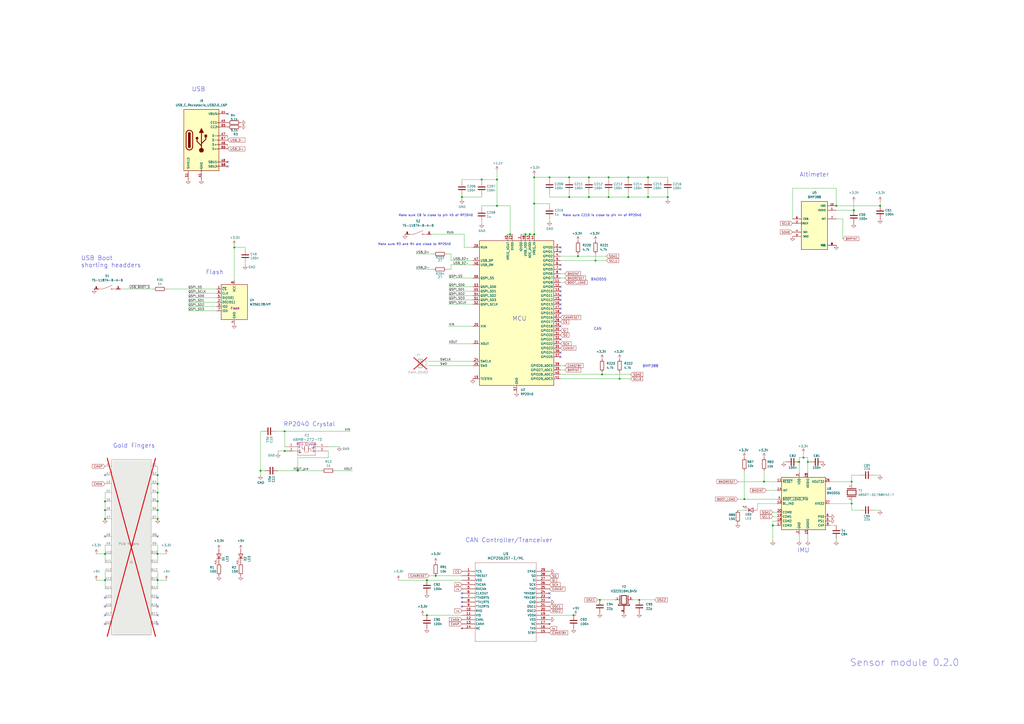
<source format=kicad_sch>
(kicad_sch (version 20231120) (generator "eeschema") (generator_version "8.0")
  (paper "A2")
  (lib_symbols
    (symbol "ABS07-32.768KHZ-T:ABS07-32.768KHZ-T" (pin_names (offset 1.016))
      (property "Reference" "Y" (at -5.0878 3.8159 0))
      (property "Value" "ABS07-32.768KHZ-T" (at -5.0944 -5.0944 0))
      (symbol "ABS07-32.768KHZ-T_0_0"
        (pin passive line (at -5.08 0 0) (length 2.54) (name "~") (number "1"))
        (pin passive line (at 5.08 0 180) (length 2.54) (name "~") (number "2"))
      )
    )
    (symbol "BMP388:BMP388" (pin_names (offset 1.016))
      (property "Reference" "U" (at -7.6281 15.2562 0))
      (property "Value" "BMP388" (at -7.6268 -15.2536 0))
      (symbol "BMP388_0_0"
        (pin power_in line (at 12.7 10.16 180) (length 5.08) (name "VDDIO") (number "1"))
        (pin power_in line (at 12.7 12.7 180) (length 5.08) (name "VDD") (number "10"))
        (pin input clock (at -12.7 2.54 0) (length 5.08) (name "SCK") (number "2"))
        (pin power_in line (at 12.7 -10.16 180) (length 5.08) (name "VSS") (number "3"))
        (pin bidirectional line (at -12.7 -2.54 0) (length 5.08) (name "SDI") (number "4"))
        (pin bidirectional line (at -12.7 -5.08 0) (length 5.08) (name "SDO") (number "5"))
        (pin input line (at -12.7 5.08 0) (length 5.08) (name "CSB") (number "6"))
        (pin output line (at 12.7 5.08 180) (length 5.08) (name "INT") (number "7"))
        (pin power_in line (at 12.7 -10.16 180) (length 5.08) (name "VSS") (number "8"))
        (pin power_in line (at 12.7 -10.16 180) (length 5.08) (name "VSS") (number "9"))
      )
    )
    (symbol "Connector:Bus_PCI_Express_x1" (pin_names (offset 0) hide)
      (property "Reference" "J1" (at 4.826 -16.002 0))
      (property "info" "PCIe fingers" (at -1.524 -5.588 0))
      (symbol "Bus_PCI_Express_x1_1_1"
        (pin unspecified line (at -15.24 39.37 0) (length 3.81) (name "~{PRSNT1}") (number "A1"))
        (pin passive line (at -15.24 -11.43 0) (length 3.81) (name "+3.3V") (number "A10"))
        (pin input line (at -15.24 -16.51 0) (length 3.81) (name "~{PERST}") (number "A11"))
        (pin passive line (at -15.24 -21.59 0) (length 3.81) (name "GND") (number "A12"))
        (pin input line (at -15.24 -26.67 0) (length 3.81) (name "REFCLK+") (number "A13"))
        (pin input line (at -15.24 -31.75 0) (length 3.81) (name "REFCLK-") (number "A14"))
        (pin passive line (at -15.24 -36.83 0) (length 3.81) (name "GND") (number "A15"))
        (pin output line (at -15.24 -41.91 0) (length 3.81) (name "PERp0") (number "A16"))
        (pin output line (at -15.24 -46.99 0) (length 3.81) (name "PERn0") (number "A17"))
        (pin passive line (at -15.24 -52.07 0) (length 3.81) (name "GND") (number "A18"))
        (pin unspecified line (at -15.24 34.29 0) (length 3.81) (name "+12V") (number "A2"))
        (pin passive line (at -15.24 29.21 0) (length 3.81) (name "+12V") (number "A3"))
        (pin passive line (at -15.24 24.13 0) (length 3.81) (name "GND") (number "A4"))
        (pin input line (at -15.24 19.05 0) (length 3.81) (name "JTAG2") (number "A5"))
        (pin input line (at -15.24 13.97 0) (length 3.81) (name "JTAG3") (number "A6"))
        (pin output line (at -15.24 8.89 0) (length 3.81) (name "JTAG4") (number "A7"))
        (pin input line (at -15.24 -1.27 0) (length 3.81) (name "JTAG5") (number "A8"))
        (pin passive line (at -15.24 -6.35 0) (length 3.81) (name "+3.3V") (number "A9"))
        (pin power_in line (at 15.24 39.37 180) (length 3.81) (name "+12V") (number "B1"))
        (pin power_in line (at 15.24 -11.43 180) (length 3.81) (name "3.3Vaux") (number "B10"))
        (pin open_collector line (at 15.24 -16.51 180) (length 3.81) (name "~{WAKE}") (number "B11"))
        (pin passive line (at 15.24 -21.59 180) (length 3.81) (name "RSVD") (number "B12"))
        (pin passive line (at 15.24 -26.67 180) (length 3.81) (name "GND") (number "B13"))
        (pin input line (at 15.24 -31.75 180) (length 3.81) (name "PETp0") (number "B14"))
        (pin input line (at 15.24 -36.83 180) (length 3.81) (name "PETn0") (number "B15"))
        (pin passive line (at 15.24 -41.91 180) (length 3.81) (name "GND") (number "B16"))
        (pin passive line (at 15.24 -46.99 180) (length 3.81) (name "~{PRSNT2}") (number "B17"))
        (pin passive line (at 15.24 -52.07 180) (length 3.81) (name "GND") (number "B18"))
        (pin passive line (at 15.24 34.29 180) (length 3.81) (name "+12V") (number "B2"))
        (pin passive line (at 15.24 29.21 180) (length 3.81) (name "+12V") (number "B3"))
        (pin power_in line (at 15.24 24.13 180) (length 3.81) (name "GND") (number "B4"))
        (pin input line (at 15.24 19.05 180) (length 3.81) (name "SMCLK") (number "B5"))
        (pin bidirectional line (at 15.24 13.97 180) (length 3.81) (name "SMDAT") (number "B6"))
        (pin passive line (at 15.24 8.89 180) (length 3.81) (name "GND") (number "B7"))
        (pin power_in line (at 15.24 -1.27 180) (length 3.81) (name "+3.3V") (number "B8"))
        (pin input line (at 15.24 -6.35 180) (length 3.81) (name "JTAG1") (number "B9"))
      )
    )
    (symbol "Connector:USB_C_Receptacle_USB2.0_16P" (pin_names (offset 1.016))
      (property "Reference" "J" (at 0 22.225 0))
      (property "Value" "USB_C_Receptacle_USB2.0_16P" (at 0 19.685 0))
      (symbol "USB_C_Receptacle_USB2.0_16P_1_1"
        (pin passive line (at 0 -22.86 90) (length 5.08) (name "GND") (number "A1"))
        (pin passive line (at 0 -22.86 90) (length 5.08) hide (name "GND") (number "A12"))
        (pin passive line (at 15.24 15.24 180) (length 5.08) (name "VBUS") (number "A4"))
        (pin bidirectional line (at 15.24 10.16 180) (length 5.08) (name "CC1") (number "A5"))
        (pin bidirectional line (at 15.24 -2.54 180) (length 5.08) (name "D+") (number "A6"))
        (pin bidirectional line (at 15.24 2.54 180) (length 5.08) (name "D-") (number "A7"))
        (pin bidirectional line (at 15.24 -12.7 180) (length 5.08) (name "SBU1") (number "A8"))
        (pin passive line (at 15.24 15.24 180) (length 5.08) hide (name "VBUS") (number "A9"))
        (pin passive line (at 0 -22.86 90) (length 5.08) hide (name "GND") (number "B1"))
        (pin passive line (at 0 -22.86 90) (length 5.08) hide (name "GND") (number "B12"))
        (pin passive line (at 15.24 15.24 180) (length 5.08) hide (name "VBUS") (number "B4"))
        (pin bidirectional line (at 15.24 7.62 180) (length 5.08) (name "CC2") (number "B5"))
        (pin bidirectional line (at 15.24 -5.08 180) (length 5.08) (name "D+") (number "B6"))
        (pin bidirectional line (at 15.24 0 180) (length 5.08) (name "D-") (number "B7"))
        (pin bidirectional line (at 15.24 -15.24 180) (length 5.08) (name "SBU2") (number "B8"))
        (pin passive line (at 15.24 15.24 180) (length 5.08) hide (name "VBUS") (number "B9"))
        (pin passive line (at -7.62 -22.86 90) (length 5.08) (name "SHIELD") (number "S1"))
      )
    )
    (symbol "Connector_Generic:Conn_01x02" (pin_names (offset 1.016) hide)
      (property "Reference" "J" (at 0 2.54 0))
      (property "Value" "Conn_01x02" (at 0 -5.08 0))
      (symbol "Conn_01x02_1_1"
        (pin passive line (at -5.08 0 0) (length 3.81) (name "Pin_1") (number "1"))
        (pin passive line (at -5.08 -2.54 0) (length 3.81) (name "Pin_2") (number "2"))
      )
    )
    (symbol "Device:C" (pin_numbers hide) (pin_names (offset 0.254))
      (property "Reference" "C" (at 0.635 2.54 0))
      (property "Value" "C" (at 0.635 -2.54 0))
      (symbol "C_1_1"
        (pin passive line (at 0 3.81 270) (length 2.794) (name "~") (number "1"))
        (pin passive line (at 0 -3.81 90) (length 2.794) (name "~") (number "2"))
      )
    )
    (symbol "Device:LED" (pin_numbers hide) (pin_names (offset 1.016) hide)
      (property "Reference" "D" (at 0 2.54 0))
      (property "Value" "LED" (at 0 -2.54 0))
      (symbol "LED_1_1"
        (pin passive line (at -3.81 0 0) (length 2.54) (name "K") (number "1"))
        (pin passive line (at 3.81 0 180) (length 2.54) (name "A") (number "2"))
      )
    )
    (symbol "Device:R" (pin_numbers hide) (pin_names (offset 0))
      (property "Reference" "R" (at 2.032 0 90))
      (property "Value" "R" (at 0 0 90))
      (symbol "R_1_1"
        (pin passive line (at 0 3.81 270) (length 1.27) (name "~") (number "1"))
        (pin passive line (at 0 -3.81 90) (length 1.27) (name "~") (number "2"))
      )
    )
    (symbol "MCP25625:MCP25625T-E_ML" (pin_names (offset 0.254))
      (property "Reference" "U" (at 25.4 10.16 0))
      (property "Value" "MCP25625T-E/ML" (at 25.4 7.62 0))
      (symbol "MCP25625T-E_ML_0_1"
        (pin input line (at 0 0 0) (length 7.62) (name "*CS") (number "1"))
        (pin output line (at 0 -22.86 0) (length 7.62) (name "RXD") (number "10"))
        (pin power_in line (at 0 -25.4 0) (length 7.62) (name "VIO") (number "11"))
        (pin bidirectional line (at 0 -27.94 0) (length 7.62) (name "CANL") (number "12"))
        (pin bidirectional line (at 0 -30.48 0) (length 7.62) (name "CANH") (number "13"))
        (pin no_connect line (at 0 -33.02 0) (length 7.62) (name "NC") (number "14"))
        (pin input line (at 50.8 -35.56 180) (length 7.62) (name "STBY") (number "15"))
        (pin input line (at 50.8 -33.02 180) (length 7.62) (name "TXD") (number "16"))
        (pin no_connect line (at 50.8 -30.48 180) (length 7.62) (name "NC") (number "17"))
        (pin power_in line (at 50.8 -27.94 180) (length 7.62) (name "VSS") (number "18"))
        (pin power_in line (at 50.8 -25.4 180) (length 7.62) (name "VDDA") (number "19"))
        (pin input line (at 0 -2.54 0) (length 7.62) (name "*RESET") (number "2"))
        (pin output line (at 50.8 -22.86 180) (length 7.62) (name "OSC2") (number "20"))
        (pin input line (at 50.8 -20.32 180) (length 7.62) (name "OSC1") (number "21"))
        (pin power_in line (at 50.8 -17.78 180) (length 7.62) (name "GND") (number "22"))
        (pin output line (at 50.8 -15.24 180) (length 7.62) (name "*RX1BF") (number "23"))
        (pin output line (at 50.8 -12.7 180) (length 7.62) (name "*RX0BF") (number "24"))
        (pin output line (at 50.8 -10.16 180) (length 7.62) (name "*INT") (number "25"))
        (pin input line (at 50.8 -7.62 180) (length 7.62) (name "SCK") (number "26"))
        (pin input line (at 50.8 -5.08 180) (length 7.62) (name "SI") (number "27"))
        (pin output line (at 50.8 -2.54 180) (length 7.62) (name "SO") (number "28"))
        (pin unspecified line (at 50.8 0 180) (length 7.62) (name "EPAD") (number "29"))
        (pin power_in line (at 0 -5.08 0) (length 7.62) (name "VDD") (number "3"))
        (pin output line (at 0 -7.62 0) (length 7.62) (name "TXCAN") (number "4"))
        (pin input line (at 0 -10.16 0) (length 7.62) (name "RXCAN") (number "5"))
        (pin output line (at 0 -12.7 0) (length 7.62) (name "CLKOUT") (number "6"))
        (pin input line (at 0 -15.24 0) (length 7.62) (name "*TX0RTS") (number "7"))
        (pin input line (at 0 -17.78 0) (length 7.62) (name "*TX1RTS") (number "8"))
        (pin input line (at 0 -20.32 0) (length 7.62) (name "*TX2RTS") (number "9"))
      )
    )
    (symbol "MCU_RaspberryPi:RP2040"
      (property "Reference" "U" (at 17.78 45.72 0))
      (property "Value" "RP2040" (at 17.78 43.18 0))
      (symbol "RP2040_1_1"
        (pin power_in line (at 2.54 45.72 270) (length 3.81) (name "IOVDD") (number "1"))
        (pin passive line (at 2.54 45.72 270) (length 3.81) hide (name "IOVDD") (number "10"))
        (pin bidirectional line (at 25.4 17.78 180) (length 3.81) (name "GPIO8") (number "11"))
        (pin bidirectional line (at 25.4 15.24 180) (length 3.81) (name "GPIO9") (number "12"))
        (pin bidirectional line (at 25.4 12.7 180) (length 3.81) (name "GPIO10") (number "13"))
        (pin bidirectional line (at 25.4 10.16 180) (length 3.81) (name "GPIO11") (number "14"))
        (pin bidirectional line (at 25.4 7.62 180) (length 3.81) (name "GPIO12") (number "15"))
        (pin bidirectional line (at 25.4 5.08 180) (length 3.81) (name "GPIO13") (number "16"))
        (pin bidirectional line (at 25.4 2.54 180) (length 3.81) (name "GPIO14") (number "17"))
        (pin bidirectional line (at 25.4 0 180) (length 3.81) (name "GPIO15") (number "18"))
        (pin input line (at -25.4 -38.1 0) (length 3.81) (name "TESTEN") (number "19"))
        (pin bidirectional line (at 25.4 38.1 180) (length 3.81) (name "GPIO0") (number "2"))
        (pin input line (at -25.4 -7.62 0) (length 3.81) (name "XIN") (number "20"))
        (pin passive line (at -25.4 -17.78 0) (length 3.81) (name "XOUT") (number "21"))
        (pin passive line (at 2.54 45.72 270) (length 3.81) hide (name "IOVDD") (number "22"))
        (pin power_in line (at -2.54 45.72 270) (length 3.81) (name "DVDD") (number "23"))
        (pin input line (at -25.4 -27.94 0) (length 3.81) (name "SWCLK") (number "24"))
        (pin bidirectional line (at -25.4 -30.48 0) (length 3.81) (name "SWD") (number "25"))
        (pin input line (at -25.4 38.1 0) (length 3.81) (name "RUN") (number "26"))
        (pin bidirectional line (at 25.4 -2.54 180) (length 3.81) (name "GPIO16") (number "27"))
        (pin bidirectional line (at 25.4 -5.08 180) (length 3.81) (name "GPIO17") (number "28"))
        (pin bidirectional line (at 25.4 -7.62 180) (length 3.81) (name "GPIO18") (number "29"))
        (pin bidirectional line (at 25.4 35.56 180) (length 3.81) (name "GPIO1") (number "3"))
        (pin bidirectional line (at 25.4 -10.16 180) (length 3.81) (name "GPIO19") (number "30"))
        (pin bidirectional line (at 25.4 -12.7 180) (length 3.81) (name "GPIO20") (number "31"))
        (pin bidirectional line (at 25.4 -15.24 180) (length 3.81) (name "GPIO21") (number "32"))
        (pin passive line (at 2.54 45.72 270) (length 3.81) hide (name "IOVDD") (number "33"))
        (pin bidirectional line (at 25.4 -17.78 180) (length 3.81) (name "GPIO22") (number "34"))
        (pin bidirectional line (at 25.4 -20.32 180) (length 3.81) (name "GPIO23") (number "35"))
        (pin bidirectional line (at 25.4 -22.86 180) (length 3.81) (name "GPIO24") (number "36"))
        (pin bidirectional line (at 25.4 -25.4 180) (length 3.81) (name "GPIO25") (number "37"))
        (pin bidirectional line (at 25.4 -30.48 180) (length 3.81) (name "GPIO26_ADC0") (number "38"))
        (pin bidirectional line (at 25.4 -33.02 180) (length 3.81) (name "GPIO27_ADC1") (number "39"))
        (pin bidirectional line (at 25.4 33.02 180) (length 3.81) (name "GPIO2") (number "4"))
        (pin bidirectional line (at 25.4 -35.56 180) (length 3.81) (name "GPIO28_ADC2") (number "40"))
        (pin bidirectional line (at 25.4 -38.1 180) (length 3.81) (name "GPIO29_ADC3") (number "41"))
        (pin passive line (at 2.54 45.72 270) (length 3.81) hide (name "IOVDD") (number "42"))
        (pin power_in line (at 7.62 45.72 270) (length 3.81) (name "ADC_AVDD") (number "43"))
        (pin power_in line (at 10.16 45.72 270) (length 3.81) (name "VREG_IN") (number "44"))
        (pin power_out line (at -5.08 45.72 270) (length 3.81) (name "VREG_VOUT") (number "45"))
        (pin bidirectional line (at -25.4 27.94 0) (length 3.81) (name "USB_DM") (number "46"))
        (pin bidirectional line (at -25.4 30.48 0) (length 3.81) (name "USB_DP") (number "47"))
        (pin power_in line (at 5.08 45.72 270) (length 3.81) (name "USB_VDD") (number "48"))
        (pin passive line (at 2.54 45.72 270) (length 3.81) hide (name "IOVDD") (number "49"))
        (pin bidirectional line (at 25.4 30.48 180) (length 3.81) (name "GPIO3") (number "5"))
        (pin passive line (at -2.54 45.72 270) (length 3.81) hide (name "DVDD") (number "50"))
        (pin bidirectional line (at -25.4 7.62 0) (length 3.81) (name "QSPI_SD3") (number "51"))
        (pin output line (at -25.4 5.08 0) (length 3.81) (name "QSPI_SCLK") (number "52"))
        (pin bidirectional line (at -25.4 15.24 0) (length 3.81) (name "QSPI_SD0") (number "53"))
        (pin bidirectional line (at -25.4 10.16 0) (length 3.81) (name "QSPI_SD2") (number "54"))
        (pin bidirectional line (at -25.4 12.7 0) (length 3.81) (name "QSPI_SD1") (number "55"))
        (pin bidirectional line (at -25.4 20.32 0) (length 3.81) (name "QSPI_SS") (number "56"))
        (pin power_in line (at 0 -45.72 90) (length 3.81) (name "GND") (number "57"))
        (pin bidirectional line (at 25.4 27.94 180) (length 3.81) (name "GPIO4") (number "6"))
        (pin bidirectional line (at 25.4 25.4 180) (length 3.81) (name "GPIO5") (number "7"))
        (pin bidirectional line (at 25.4 22.86 180) (length 3.81) (name "GPIO6") (number "8"))
        (pin bidirectional line (at 25.4 20.32 180) (length 3.81) (name "GPIO7") (number "9"))
      )
    )
    (symbol "Memory_Flash:W25Q128JVP"
      (property "Reference" "U" (at -6.35 11.43 0))
      (property "Value" "W25Q128JVP" (at 7.62 11.43 0))
      (symbol "W25Q128JVP_1_1"
        (pin input line (at -10.16 7.62 0) (length 2.54) (name "~{CS}") (number "1"))
        (pin bidirectional line (at -10.16 0 0) (length 2.54) (name "DO(IO1)") (number "2"))
        (pin bidirectional line (at -10.16 -2.54 0) (length 2.54) (name "IO2") (number "3"))
        (pin power_in line (at 0 -12.7 90) (length 2.54) (name "GND") (number "4"))
        (pin bidirectional line (at -10.16 2.54 0) (length 2.54) (name "DI(IO0)") (number "5"))
        (pin input line (at -10.16 5.08 0) (length 2.54) (name "CLK") (number "6"))
        (pin bidirectional line (at -10.16 -5.08 0) (length 2.54) (name "IO3") (number "7"))
        (pin power_in line (at 0 12.7 270) (length 2.54) (name "VCC") (number "8"))
      )
    )
    (symbol "Sensor_Motion:BNO055"
      (property "Reference" "U" (at -11.43 16.51 0))
      (property "Value" "BNO055" (at 12.7 16.51 0))
      (symbol "BNO055_1_1"
        (pin no_connect line (at -12.7 10.16 0) (length 2.54) hide (name "PIN1") (number "1"))
        (pin output line (at -15.24 0 0) (length 2.54) (name "BL_IND") (number "10"))
        (pin input line (at -15.24 12.7 0) (length 2.54) (name "~{RESET}") (number "11"))
        (pin no_connect line (at 12.7 10.16 180) (length 2.54) hide (name "PIN12") (number "12"))
        (pin no_connect line (at 12.7 7.62 180) (length 2.54) hide (name "PIN13") (number "13"))
        (pin output line (at -15.24 7.62 0) (length 2.54) (name "INT") (number "14"))
        (pin power_in line (at 2.54 -17.78 90) (length 2.54) (name "GNDIO") (number "15"))
        (pin passive line (at 2.54 -17.78 90) (length 2.54) hide (name "GNDIO") (number "16"))
        (pin input line (at -15.24 -12.7 0) (length 2.54) (name "COM3") (number "17"))
        (pin passive line (at -15.24 -10.16 0) (length 2.54) (name "COM2") (number "18"))
        (pin bidirectional line (at -15.24 -7.62 0) (length 2.54) (name "COM1") (number "19"))
        (pin power_in line (at -2.54 -17.78 90) (length 2.54) (name "GND") (number "2"))
        (pin bidirectional line (at -15.24 -5.08 0) (length 2.54) (name "COM0") (number "20"))
        (pin no_connect line (at 12.7 5.08 180) (length 2.54) hide (name "PIN21") (number "21"))
        (pin no_connect line (at 12.7 2.54 180) (length 2.54) hide (name "PIN22") (number "22"))
        (pin no_connect line (at 12.7 -2.54 180) (length 2.54) hide (name "PIN23") (number "23"))
        (pin no_connect line (at 12.7 -5.08 180) (length 2.54) hide (name "PIN24") (number "24"))
        (pin passive line (at 2.54 -17.78 90) (length 2.54) hide (name "GNDIO") (number "25"))
        (pin output line (at 15.24 12.7 180) (length 2.54) (name "XOUT32") (number "26"))
        (pin input line (at 15.24 0 180) (length 2.54) (name "XIN32") (number "27"))
        (pin power_in line (at 2.54 17.78 270) (length 2.54) (name "VDDIO") (number "28"))
        (pin power_in line (at -2.54 17.78 270) (length 2.54) (name "VDD") (number "3"))
        (pin input line (at -15.24 2.54 0) (length 2.54) (name "~{BOOT_LOAD_PIN}") (number "4"))
        (pin input line (at 15.24 -10.16 180) (length 2.54) (name "PS1") (number "5"))
        (pin input line (at 15.24 -7.62 180) (length 2.54) (name "PS0") (number "6"))
        (pin no_connect line (at -12.7 5.08 0) (length 2.54) hide (name "PIN7") (number "7"))
        (pin no_connect line (at -12.7 -2.54 0) (length 2.54) hide (name "PIN8") (number "8"))
        (pin passive line (at 15.24 -12.7 180) (length 2.54) (name "CAP") (number "9"))
      )
    )
    (symbol "TS-1187A-B-A-B:TS-1187A-B-A-B" (pin_names (offset 1.016))
      (property "Reference" "S" (at -2.54 2.54 0))
      (property "Value" "TS-1187A-B-A-B" (at -2.54 -2.54 0))
      (symbol "TS-1187A-B-A-B_0_0"
        (pin passive line (at -7.62 0 0) (length 2.54) (name "~") (number "A"))
        (pin passive line (at -7.62 0 0) (length 2.54) (name "~") (number "B"))
        (pin passive line (at 7.62 0 180) (length 2.54) (name "~") (number "C"))
        (pin passive line (at 7.62 0 180) (length 2.54) (name "~") (number "D"))
      )
    )
    (symbol "X322516MLB4SI:X322516MLB4SI" (pin_names (offset 1.016))
      (property "Reference" "Y" (at -5.08 6.35 0))
      (property "Value" "X322516MLB4SI" (at -5.08 3.81 0))
      (symbol "X322516MLB4SI_0_0"
        (pin passive line (at -5.08 0 0) (length 2.54) (name "~") (number "1"))
        (pin power_in line (at 0 -7.62 90) (length 2.54) (name "~") (number "2"))
        (pin passive line (at 5.08 0 180) (length 2.54) (name "~") (number "3"))
        (pin power_in line (at 0 -7.62 90) (length 2.54) (name "~") (number "4"))
      )
    )
    (symbol "crystal:ABM8-272-T3" (pin_names (offset 0.254))
      (property "Reference" "X" (at 12.7 7.62 0))
      (property "Value" "ABM8-272-T3" (at 12.7 5.08 0))
      (symbol "ABM8-272-T3_0_1"
        (pin unspecified line (at 0 0 0) (length 7.62) (name "1") (number "1"))
        (pin unspecified line (at 0 -2.54 0) (length 7.62) (name "2") (number "2"))
        (pin unspecified line (at 25.4 -2.54 180) (length 7.62) (name "3") (number "3"))
        (pin unspecified line (at 25.4 0 180) (length 7.62) (name "4") (number "4"))
      )
    )
    (symbol "power:+1V1" (power) (pin_names (offset 0))
      (property "Value" "+1V1" (at 0 3.556 0))
      (symbol "+1V1_1_1"
        (pin power_in line (at 0 0 90) (length 0) hide (name "+1V1") (number "1"))
      )
    )
    (symbol "power:+3.3V" (power) (pin_numbers hide) (pin_names (offset 0) hide)
      (property "Value" "+3.3V" (at 0 3.556 0))
      (symbol "+3.3V_1_1"
        (pin power_in line (at 0 0 90) (length 0) (name "~") (number "1"))
      )
    )
    (symbol "power:+3V3" (power) (pin_names (offset 0))
      (property "Value" "+3V3" (at 0 3.556 0))
      (symbol "+3V3_1_1"
        (pin power_in line (at 0 0 90) (length 0) hide (name "+3V3") (number "1"))
      )
    )
    (symbol "power:+5V" (power) (pin_numbers hide) (pin_names (offset 0) hide)
      (property "Value" "+5V" (at 0 3.556 0))
      (symbol "+5V_1_1"
        (pin power_in line (at 0 0 90) (length 0) (name "~") (number "1"))
      )
    )
    (symbol "power:GND" (power) (pin_numbers hide) (pin_names (offset 0) hide)
      (property "Value" "GND" (at 0 -3.81 0))
      (symbol "GND_1_1"
        (pin power_in line (at 0 0 270) (length 0) (name "~") (number "1"))
      )
    )
    (symbol "power:VAA" (power) (pin_numbers hide) (pin_names (offset 0) hide)
      (property "Value" "VAA" (at 0 3.556 0))
      (symbol "VAA_1_1"
        (pin power_in line (at 0 0 90) (length 0) (name "~") (number "1"))
      )
    )
  )
  (junction (at 359.41 219.71))
  (junction (at 252.73 334.01))
  (junction (at 151.13 273.05))
  (junction (at 91.44 295.91))
  (junction (at 330.2 114.3))
  (junction (at 91.44 285.75))
  (junction (at 60.96 321.31))
  (junction (at 91.44 280.67))
  (junction (at 135.89 143.51))
  (junction (at 463.55 267.97))
  (junction (at 60.96 295.91))
  (junction (at 370.84 347.98))
  (junction (at 91.44 300.99))
  (junction (at 349.25 217.17))
  (junction (at 341.63 102.87))
  (junction (at 91.44 290.83))
  (junction (at 288.29 104.14))
  (junction (at 288.29 119.38))
  (junction (at 267.97 114.3))
  (junction (at 468.63 267.97))
  (junction (at 431.8 289.56))
  (junction (at 330.2 102.87))
  (junction (at 318.77 102.87))
  (junction (at 247.65 336.55))
  (junction (at 448.31 304.8))
  (junction (at 60.96 300.99))
  (junction (at 510.54 119.38))
  (junction (at 295.91 135.89))
  (junction (at 309.88 118.11))
  (junction (at 494.03 292.1))
  (junction (at 91.44 275.59))
  (junction (at 307.34 135.89))
  (junction (at 309.88 135.89))
  (junction (at 309.88 102.87))
  (junction (at 341.63 114.3))
  (junction (at 91.44 336.55))
  (junction (at 247.65 356.87))
  (junction (at 347.98 347.98))
  (junction (at 375.92 114.3))
  (junction (at 364.49 102.87))
  (junction (at 335.28 148.59))
  (junction (at 332.74 356.87))
  (junction (at 172.72 273.05))
  (junction (at 60.96 290.83))
  (junction (at 353.06 114.3))
  (junction (at 304.8 135.89))
  (junction (at 375.92 102.87))
  (junction (at 466.09 265.43))
  (junction (at 91.44 321.31))
  (junction (at 353.06 102.87))
  (junction (at 387.35 114.3))
  (junction (at 165.1 261.62))
  (junction (at 443.23 279.4))
  (junction (at 494.03 279.4))
  (junction (at 279.4 104.14))
  (junction (at 165.1 250.19))
  (junction (at 495.3 121.92))
  (junction (at 364.49 114.3))
  (junction (at 485.14 119.38))
  (junction (at 60.96 336.55))
  (junction (at 345.44 151.13))
  (no_connect (at 60.96 351.79))
  (no_connect (at 91.44 346.71))
  (no_connect (at 318.77 344.17))
  (no_connect (at 132.08 96.52))
  (no_connect (at 132.08 93.98))
  (no_connect (at 325.12 179.07))
  (no_connect (at 91.44 351.79))
  (no_connect (at 60.96 356.87))
  (no_connect (at 91.44 311.15))
  (no_connect (at 267.97 351.79))
  (no_connect (at 325.12 171.45))
  (no_connect (at 325.12 166.37))
  (no_connect (at 325.12 146.05))
  (no_connect (at 60.96 346.71))
  (no_connect (at 325.12 189.23))
  (no_connect (at 91.44 356.87))
  (no_connect (at 325.12 207.01))
  (no_connect (at 91.44 361.95))
  (no_connect (at 267.97 344.17))
  (no_connect (at 325.12 196.85))
  (no_connect (at 325.12 156.21))
  (no_connect (at 325.12 168.91))
  (no_connect (at 267.97 346.71))
  (no_connect (at 325.12 143.51))
  (no_connect (at 325.12 176.53))
  (no_connect (at 325.12 204.47))
  (no_connect (at 325.12 153.67))
  (no_connect (at 267.97 349.25))
  (no_connect (at 60.96 275.59))
  (no_connect (at 132.08 66.04))
  (no_connect (at 325.12 173.99))
  (no_connect (at 60.96 361.95))
  (no_connect (at 60.96 311.15))
  (no_connect (at 325.12 181.61))
  (no_connect (at 318.77 346.71))
  (wire (pts (xy 261.62 156.21) (xy 261.62 153.67)))
  (wire (pts (xy 260.35 171.45) (xy 274.32 171.45)))
  (wire (pts (xy 91.44 290.83) (xy 91.44 295.91)))
  (wire (pts (xy 309.88 118.11) (xy 318.77 118.11)))
  (wire (pts (xy 304.8 135.89) (xy 307.34 135.89)))
  (wire (pts (xy 495.3 121.92) (xy 495.3 116.84)))
  (wire (pts (xy 279.4 120.65) (xy 279.4 119.38)))
  (wire (pts (xy 172.72 265.43) (xy 172.72 273.05)))
  (wire (pts (xy 261.62 147.32) (xy 261.62 151.13)))
  (wire (pts (xy 359.41 219.71) (xy 365.76 219.71)))
  (wire (pts (xy 443.23 273.05) (xy 443.23 279.4)))
  (wire (pts (xy 279.4 104.14) (xy 288.29 104.14)))
  (wire (pts (xy 109.22 170.18) (xy 125.73 170.18)))
  (wire (pts (xy 469.9 267.97) (xy 468.63 267.97)))
  (wire (pts (xy 60.96 285.75) (xy 60.96 290.83)))
  (wire (pts (xy 481.33 304.8) (xy 485.14 304.8)))
  (wire (pts (xy 274.32 176.53) (xy 260.35 176.53)))
  (wire (pts (xy 248.92 212.09) (xy 274.32 212.09)))
  (wire (pts (xy 267.97 113.03) (xy 267.97 114.3)))
  (wire (pts (xy 349.25 215.9) (xy 349.25 217.17)))
  (wire (pts (xy 91.44 321.31) (xy 91.44 326.39)))
  (wire (pts (xy 345.44 151.13) (xy 351.79 151.13)))
  (wire (pts (xy 463.55 265.43) (xy 463.55 267.97)))
  (wire (pts (xy 448.31 302.26) (xy 448.31 304.8)))
  (wire (pts (xy 269.24 135.89) (xy 250.19 135.89)))
  (wire (pts (xy 91.44 295.91) (xy 91.44 300.99)))
  (wire (pts (xy 375.92 114.3) (xy 387.35 114.3)))
  (wire (pts (xy 318.77 127) (xy 318.77 128.27)))
  (wire (pts (xy 160.02 250.19) (xy 165.1 250.19)))
  (wire (pts (xy 288.29 119.38) (xy 295.91 119.38)))
  (wire (pts (xy 247.65 336.55) (xy 267.97 336.55)))
  (wire (pts (xy 431.8 289.56) (xy 450.85 289.56)))
  (wire (pts (xy 161.29 261.62) (xy 161.29 262.89)))
  (wire (pts (xy 335.28 147.32) (xy 335.28 148.59)))
  (wire (pts (xy 327.66 212.09) (xy 325.12 212.09)))
  (wire (pts (xy 325.12 151.13) (xy 345.44 151.13)))
  (wire (pts (xy 241.3 147.32) (xy 251.46 147.32)))
  (wire (pts (xy 135.89 143.51) (xy 135.89 162.56)))
  (wire (pts (xy 135.89 142.24) (xy 135.89 143.51)))
  (wire (pts (xy 494.03 279.4) (xy 494.03 280.67)))
  (wire (pts (xy 375.92 114.3) (xy 364.49 114.3)))
  (wire (pts (xy 485.14 313.69) (xy 485.14 312.42)))
  (wire (pts (xy 194.31 273.05) (xy 204.47 273.05)))
  (wire (pts (xy 466.09 262.89) (xy 466.09 265.43)))
  (wire (pts (xy 341.63 114.3) (xy 330.2 114.3)))
  (wire (pts (xy 448.31 297.18) (xy 450.85 297.18)))
  (wire (pts (xy 431.8 295.91) (xy 427.99 295.91)))
  (wire (pts (xy 267.97 114.3) (xy 279.4 114.3)))
  (wire (pts (xy 190.5 261.62) (xy 190.5 265.43)))
  (wire (pts (xy 494.03 279.4) (xy 481.33 279.4)))
  (wire (pts (xy 231.14 336.55) (xy 247.65 336.55)))
  (wire (pts (xy 439.42 292.1) (xy 450.85 292.1)))
  (wire (pts (xy 248.92 209.55) (xy 274.32 209.55)))
  (wire (pts (xy 499.11 275.59) (xy 494.03 275.59)))
  (wire (pts (xy 375.92 104.14) (xy 375.92 102.87)))
  (wire (pts (xy 387.35 114.3) (xy 387.35 115.57)))
  (wire (pts (xy 125.73 172.72) (xy 109.22 172.72)))
  (wire (pts (xy 494.03 279.4) (xy 494.03 275.59)))
  (wire (pts (xy 443.23 279.4) (xy 450.85 279.4)))
  (wire (pts (xy 364.49 111.76) (xy 364.49 114.3)))
  (wire (pts (xy 375.92 111.76) (xy 375.92 114.3)))
  (wire (pts (xy 454.66 267.97) (xy 455.93 267.97)))
  (wire (pts (xy 466.09 265.43) (xy 468.63 265.43)))
  (wire (pts (xy 488.95 127) (xy 488.95 138.43)))
  (wire (pts (xy 510.54 275.59) (xy 506.73 275.59)))
  (wire (pts (xy 318.77 356.87) (xy 332.74 356.87)))
  (wire (pts (xy 245.11 356.87) (xy 247.65 356.87)))
  (wire (pts (xy 151.13 273.05) (xy 151.13 275.59)))
  (wire (pts (xy 485.14 109.22) (xy 459.74 109.22)))
  (wire (pts (xy 267.97 104.14) (xy 279.4 104.14)))
  (wire (pts (xy 260.35 166.37) (xy 274.32 166.37)))
  (wire (pts (xy 330.2 104.14) (xy 330.2 102.87)))
  (wire (pts (xy 485.14 121.92) (xy 495.3 121.92)))
  (wire (pts (xy 375.92 102.87) (xy 387.35 102.87)))
  (wire (pts (xy 510.54 295.91) (xy 506.73 295.91)))
  (wire (pts (xy 459.74 109.22) (xy 459.74 127)))
  (wire (pts (xy 132.08 81.28) (xy 132.08 78.74)))
  (wire (pts (xy 364.49 114.3) (xy 353.06 114.3)))
  (wire (pts (xy 91.44 336.55) (xy 91.44 331.47)))
  (wire (pts (xy 341.63 102.87) (xy 353.06 102.87)))
  (wire (pts (xy 60.96 321.31) (xy 60.96 316.23)))
  (wire (pts (xy 325.12 219.71) (xy 359.41 219.71)))
  (wire (pts (xy 353.06 104.14) (xy 353.06 102.87)))
  (wire (pts (xy 274.32 199.39) (xy 260.35 199.39)))
  (wire (pts (xy 267.97 105.41) (xy 267.97 104.14)))
  (wire (pts (xy 142.24 144.78) (xy 142.24 143.51)))
  (wire (pts (xy 288.29 99.06) (xy 288.29 104.14)))
  (wire (pts (xy 274.32 143.51) (xy 269.24 143.51)))
  (wire (pts (xy 330.2 114.3) (xy 318.77 114.3)))
  (wire (pts (xy 307.34 135.89) (xy 309.88 135.89)))
  (wire (pts (xy 172.72 273.05) (xy 186.69 273.05)))
  (wire (pts (xy 295.91 119.38) (xy 295.91 135.89)))
  (wire (pts (xy 267.97 114.3) (xy 267.97 115.57)))
  (wire (pts (xy 294.64 135.89) (xy 295.91 135.89)))
  (wire (pts (xy 365.76 217.17) (xy 349.25 217.17)))
  (wire (pts (xy 279.4 119.38) (xy 288.29 119.38)))
  (wire (pts (xy 318.77 104.14) (xy 318.77 102.87)))
  (wire (pts (xy 341.63 111.76) (xy 341.63 114.3)))
  (wire (pts (xy 247.65 356.87) (xy 267.97 356.87)))
  (wire (pts (xy 142.24 143.51) (xy 135.89 143.51)))
  (wire (pts (xy 91.44 280.67) (xy 91.44 285.75)))
  (wire (pts (xy 387.35 111.76) (xy 387.35 114.3)))
  (wire (pts (xy 91.44 321.31) (xy 91.44 316.23)))
  (wire (pts (xy 351.79 148.59) (xy 335.28 148.59)))
  (wire (pts (xy 431.8 273.05) (xy 431.8 289.56)))
  (wire (pts (xy 279.4 105.41) (xy 279.4 104.14)))
  (wire (pts (xy 261.62 153.67) (xy 274.32 153.67)))
  (wire (pts (xy 60.96 295.91) (xy 60.96 300.99)))
  (wire (pts (xy 125.73 180.34) (xy 109.22 180.34)))
  (wire (pts (xy 318.77 102.87) (xy 330.2 102.87)))
  (wire (pts (xy 327.66 161.29) (xy 325.12 161.29)))
  (wire (pts (xy 335.28 148.59) (xy 325.12 148.59)))
  (wire (pts (xy 60.96 321.31) (xy 60.96 326.39)))
  (wire (pts (xy 151.13 250.19) (xy 151.13 273.05)))
  (wire (pts (xy 325.12 217.17) (xy 349.25 217.17)))
  (wire (pts (xy 96.52 167.64) (xy 125.73 167.64)))
  (wire (pts (xy 55.88 336.55) (xy 60.96 336.55)))
  (wire (pts (xy 318.77 111.76) (xy 318.77 114.3)))
  (wire (pts (xy 444.5 284.48) (xy 450.85 284.48)))
  (wire (pts (xy 190.5 259.08) (xy 196.85 259.08)))
  (wire (pts (xy 327.66 214.63) (xy 325.12 214.63)))
  (wire (pts (xy 309.88 118.11) (xy 309.88 135.89)))
  (wire (pts (xy 165.1 250.19) (xy 203.2 250.19)))
  (wire (pts (xy 91.44 285.75) (xy 91.44 290.83)))
  (wire (pts (xy 55.88 321.31) (xy 60.96 321.31)))
  (wire (pts (xy 364.49 104.14) (xy 364.49 102.87)))
  (wire (pts (xy 318.77 119.38) (xy 318.77 118.11)))
  (wire (pts (xy 69.85 167.64) (xy 88.9 167.64)))
  (wire (pts (xy 448.31 299.72) (xy 450.85 299.72)))
  (wire (pts (xy 332.74 356.87) (xy 334.01 356.87)))
  (wire (pts (xy 468.63 309.88) (xy 468.63 313.69)))
  (wire (pts (xy 96.52 321.31) (xy 91.44 321.31)))
  (wire (pts (xy 269.24 143.51) (xy 269.24 135.89)))
  (wire (pts (xy 353.06 111.76) (xy 353.06 114.3)))
  (wire (pts (xy 463.55 313.69) (xy 463.55 309.88)))
  (wire (pts (xy 510.54 119.38) (xy 510.54 116.84)))
  (wire (pts (xy 439.42 292.1) (xy 439.42 295.91)))
  (wire (pts (xy 288.29 104.14) (xy 288.29 119.38)))
  (wire (pts (xy 125.73 175.26) (xy 109.22 175.26)))
  (wire (pts (xy 463.55 267.97) (xy 463.55 274.32)))
  (wire (pts (xy 427.99 279.4) (xy 443.23 279.4)))
  (wire (pts (xy 142.24 152.4) (xy 142.24 153.67)))
  (wire (pts (xy 499.11 295.91) (xy 494.03 295.91)))
  (wire (pts (xy 353.06 114.3) (xy 341.63 114.3)))
  (wire (pts (xy 448.31 304.8) (xy 450.85 304.8)))
  (wire (pts (xy 259.08 156.21) (xy 261.62 156.21)))
  (wire (pts (xy 60.96 336.55) (xy 60.96 341.63)))
  (wire (pts (xy 260.35 173.99) (xy 274.32 173.99)))
  (wire (pts (xy 345.44 147.32) (xy 345.44 151.13)))
  (wire (pts (xy 248.92 334.01) (xy 252.73 334.01)))
  (wire (pts (xy 359.41 215.9) (xy 359.41 219.71)))
  (wire (pts (xy 151.13 250.19) (xy 152.4 250.19)))
  (wire (pts (xy 367.03 347.98) (xy 370.84 347.98)))
  (wire (pts (xy 468.63 267.97) (xy 468.63 274.32)))
  (wire (pts (xy 132.08 83.82) (xy 132.08 86.36)))
  (wire (pts (xy 341.63 104.14) (xy 341.63 102.87)))
  (wire (pts (xy 161.29 273.05) (xy 172.72 273.05)))
  (wire (pts (xy 252.73 334.01) (xy 267.97 334.01)))
  (wire (pts (xy 448.31 313.69) (xy 448.31 304.8)))
  (wire (pts (xy 260.35 189.23) (xy 274.32 189.23)))
  (wire (pts (xy 327.66 158.75) (xy 325.12 158.75)))
  (wire (pts (xy 60.96 290.83) (xy 60.96 295.91)))
  (wire (pts (xy 161.29 261.62) (xy 165.1 261.62)))
  (wire (pts (xy 427.99 289.56) (xy 431.8 289.56)))
  (wire (pts (xy 485.14 119.38) (xy 510.54 119.38)))
  (wire (pts (xy 468.63 265.43) (xy 468.63 267.97)))
  (wire (pts (xy 309.88 101.6) (xy 309.88 102.87)))
  (wire (pts (xy 309.88 102.87) (xy 318.77 102.87)))
  (wire (pts (xy 488.95 127) (xy 485.14 127)))
  (wire (pts (xy 241.3 156.21) (xy 251.46 156.21)))
  (wire (pts (xy 96.52 336.55) (xy 91.44 336.55)))
  (wire (pts (xy 274.32 161.29) (xy 260.35 161.29)))
  (wire (pts (xy 466.09 265.43) (xy 463.55 265.43)))
  (wire (pts (xy 364.49 102.87) (xy 375.92 102.87)))
  (wire (pts (xy 330.2 111.76) (xy 330.2 114.3)))
  (wire (pts (xy 165.1 261.62) (xy 170.18 261.62)))
  (wire (pts (xy 327.66 163.83) (xy 325.12 163.83)))
  (wire (pts (xy 485.14 119.38) (xy 485.14 109.22)))
  (wire (pts (xy 261.62 151.13) (xy 274.32 151.13)))
  (wire (pts (xy 153.67 273.05) (xy 151.13 273.05)))
  (wire (pts (xy 190.5 265.43) (xy 172.72 265.43)))
  (wire (pts (xy 494.03 292.1) (xy 494.03 295.91)))
  (wire (pts (xy 279.4 128.27) (xy 279.4 129.54)))
  (wire (pts (xy 309.88 102.87) (xy 309.88 118.11)))
  (wire (pts (xy 295.91 135.89) (xy 297.18 135.89)))
  (wire (pts (xy 91.44 270.51) (xy 91.44 275.59)))
  (wire (pts (xy 370.84 347.98) (xy 379.73 347.98)))
  (wire (pts (xy 165.1 250.19) (xy 165.1 259.08)))
  (wire (pts (xy 259.08 147.32) (xy 261.62 147.32)))
  (wire (pts (xy 387.35 104.14) (xy 387.35 102.87)))
  (wire (pts (xy 279.4 114.3) (xy 279.4 113.03)))
  (wire (pts (xy 60.96 336.55) (xy 60.96 331.47)))
  (wire (pts (xy 260.35 168.91) (xy 274.32 168.91)))
  (wire (pts (xy 353.06 102.87) (xy 364.49 102.87)))
  (wire (pts (xy 91.44 336.55) (xy 91.44 341.63)))
  (wire (pts (xy 494.03 290.83) (xy 494.03 292.1)))
  (wire (pts (xy 91.44 275.59) (xy 91.44 280.67)))
  (wire (pts (xy 347.98 347.98) (xy 356.87 347.98)))
  (wire (pts (xy 330.2 102.87) (xy 341.63 102.87)))
  (wire (pts (xy 448.31 302.26) (xy 450.85 302.26)))
  (wire (pts (xy 302.26 135.89) (xy 304.8 135.89)))
  (wire (pts (xy 346.71 347.98) (xy 347.98 347.98)))
  (wire (pts (xy 125.73 177.8) (xy 109.22 177.8)))
  (wire (pts (xy 481.33 292.1) (xy 494.03 292.1)))
  (text "Make sure C210 is close to pin 44 of RP2040" (at 326.39 125.73 0) (effects (font (size 1.27 1.27)) (justify left bottom)))
  (text "Make sure C8 is close to pin 45 of RP2040" (at 231.14 125.73 0) (effects (font (size 1.27 1.27)) (justify left bottom)))
  (text "RP2040 Crystal" (at 164.465 247.65 0) (effects (font (size 2.54 2.54)) (justify left bottom)))
  (text "Altimeter" (at 463.804 102.87 0) (effects (font (size 2.54 2.54)) (justify left bottom)))
  (text "BNO055\n" (at 342.646 163.068 0) (effects (font (size 1.524 1.524)) (justify left bottom)))
  (text "BMP388" (at 372.618 213.36 0) (effects (font (size 1.524 1.524)) (justify left bottom)))
  (text "IMU" (at 462.534 320.802 0) (effects (font (size 2.54 2.54)) (justify left bottom)))
  (text "USB" (at 111.252 53.34 0) (effects (font (size 2.54 2.54)) (justify left bottom)))
  (text "Make sure R3 and R4 are close to RP2040" (at 261.62 142.494 0) (effects (font (size 1.27 1.27)) (justify right bottom)))
  (text "CAN" (at 344.424 191.77 0) (effects (font (size 1.524 1.524)) (justify left bottom)))
  (text "USB Boot \nshorting headders" (at 46.99 155.448 0) (effects (font (size 2.54 2.54)) (justify left bottom)))
  (text "Sensor module 0.2.0" (at 493.014 386.842 0) (effects (font (size 4 4)) (justify left bottom)))
  (text "Gold Fingers" (at 65.532 260.096 0) (effects (font (size 2.54 2.54)) (justify left bottom)))
  (text "MCU" (at 297.18 186.436 0) (effects (font (size 2.54 2.54)) (justify left bottom)))
  (text "CAN Controller/Tranceiver" (at 270.002 314.96 0) (effects (font (size 2.54 2.54)) (justify left bottom)))
  (text "Flash" (at 119.38 159.512 0) (effects (font (size 2.54 2.54)) (justify left bottom)))
  (label "USB_D2+" (at 262.89 151.13 0))
  (label "XOUT_pre" (at 179.07 273.05 180))
  (label "~{USB_BOOT_S}" (at 74.93 167.64 0))
  (label "QSPI_SD3" (at 260.35 173.99 0))
  (label "QSPI_SD1" (at 109.22 175.26 0))
  (label "XIN" (at 260.35 189.23 0))
  (label "USB_D+" (at 241.3 147.32 0))
  (label "SWD" (at 255.27 212.09 0))
  (label "QSPI_SS" (at 109.22 167.64 0))
  (label "QSPI_SD3" (at 109.22 180.34 0))
  (label "XIN" (at 203.2 250.19 180))
  (label "QSPI_SD2" (at 109.22 177.8 0))
  (label "QSPI_SS" (at 260.35 161.29 0))
  (label "XOUT" (at 204.47 273.05 180))
  (label "SWCLK" (at 255.27 209.55 0))
  (label "QSPI_SCLK" (at 109.22 170.18 0))
  (label "QSPI_SD1" (at 260.35 168.91 0))
  (label "QSPI_SCLK" (at 260.35 176.53 0))
  (label "USB_D-" (at 241.3 156.21 0))
  (label "USB_D2-" (at 262.89 153.67 0))
  (label "QSPI_SD2" (at 260.35 171.45 0))
  (label "QSPI_SD0" (at 109.22 172.72 0))
  (label "XOUT" (at 260.35 199.39 0))
  (label "RUN" (at 259.08 135.89 0))
  (label "QSPI_SD0" (at 260.35 166.37 0))
  (global_label "tx" (shape input) (at 267.97 339.09 180) (property "Intersheetrefs" "${INTERSHEET_REFS}" (effects (hide yes))))
  (global_label "BNOINT" (shape input) (at 327.66 158.75 0) (property "Intersheetrefs" "${INTERSHEET_REFS}" (effects (hide yes))))
  (global_label "BNORESET" (shape input) (at 427.99 279.4 180) (property "Intersheetrefs" "${INTERSHEET_REFS}" (effects (hide yes))))
  (global_label "SDA0" (shape input) (at 459.74 134.62 180) (property "Intersheetrefs" "${INTERSHEET_REFS}" (effects (hide yes))))
  (global_label "SCL1" (shape input) (at 351.79 151.13 0) (property "Intersheetrefs" "${INTERSHEET_REFS}" (effects (hide yes))))
  (global_label "CANN" (shape input) (at 267.97 359.41 180) (property "Intersheetrefs" "${INTERSHEET_REFS}" (effects (hide yes))))
  (global_label "SCL0" (shape input) (at 365.76 219.71 0) (property "Intersheetrefs" "${INTERSHEET_REFS}" (effects (hide yes))))
  (global_label "OSC1" (shape input) (at 346.71 347.98 180) (property "Intersheetrefs" "${INTERSHEET_REFS}" (effects (hide yes))))
  (global_label "CANN" (shape input) (at 60.96 280.67 180) (property "Intersheetrefs" "${INTERSHEET_REFS}" (effects (hide yes))))
  (global_label "BNOINT" (shape input) (at 444.5 284.48 180) (property "Intersheetrefs" "${INTERSHEET_REFS}" (effects (hide yes))))
  (global_label "CANP" (shape input) (at 267.97 361.95 180) (property "Intersheetrefs" "${INTERSHEET_REFS}" (effects (hide yes))))
  (global_label "CANSTBY" (shape input) (at 318.77 367.03 0) (property "Intersheetrefs" "${INTERSHEET_REFS}" (effects (hide yes))))
  (global_label "SCK" (shape input) (at 325.12 199.39 0) (property "Intersheetrefs" "${INTERSHEET_REFS}" (effects (hide yes))))
  (global_label "OSC1" (shape input) (at 318.77 351.79 0) (property "Intersheetrefs" "${INTERSHEET_REFS}" (effects (hide yes))))
  (global_label "CS" (shape input) (at 325.12 186.69 0) (property "Intersheetrefs" "${INTERSHEET_REFS}" (effects (hide yes))))
  (global_label "BOOT_LOAD" (shape input) (at 327.66 163.83 0) (property "Intersheetrefs" "${INTERSHEET_REFS}" (effects (hide yes))))
  (global_label "CANSTBY" (shape input) (at 327.66 212.09 0) (property "Intersheetrefs" "${INTERSHEET_REFS}" (effects (hide yes))))
  (global_label "SDA1" (shape input) (at 448.31 297.18 180) (property "Intersheetrefs" "${INTERSHEET_REFS}" (effects (hide yes))))
  (global_label "USB_D+" (shape input) (at 132.08 86.36 0) (property "Intersheetrefs" "${INTERSHEET_REFS}" (effects (hide yes))))
  (global_label "CANRESET" (shape input) (at 325.12 184.15 0) (property "Intersheetrefs" "${INTERSHEET_REFS}" (effects (hide yes))))
  (global_label "rx" (shape input) (at 267.97 341.63 180) (property "Intersheetrefs" "${INTERSHEET_REFS}" (effects (hide yes))))
  (global_label "CANRESET" (shape input) (at 248.92 334.01 180) (property "Intersheetrefs" "${INTERSHEET_REFS}" (effects (hide yes))))
  (global_label "SDA0" (shape input) (at 365.76 217.17 0) (property "Intersheetrefs" "${INTERSHEET_REFS}" (effects (hide yes))))
  (global_label "SO" (shape input) (at 318.77 334.01 0) (property "Intersheetrefs" "${INTERSHEET_REFS}" (effects (hide yes))))
  (global_label "BNORESET" (shape input) (at 327.66 161.29 0) (property "Intersheetrefs" "${INTERSHEET_REFS}" (effects (hide yes))))
  (global_label "OSC2" (shape input) (at 379.73 347.98 0) (property "Intersheetrefs" "${INTERSHEET_REFS}" (effects (hide yes))))
  (global_label "SCK" (shape input) (at 318.77 339.09 0) (property "Intersheetrefs" "${INTERSHEET_REFS}" (effects (hide yes))))
  (global_label "tx" (shape input) (at 318.77 364.49 0) (property "Intersheetrefs" "${INTERSHEET_REFS}" (effects (hide yes))))
  (global_label "CS" (shape input) (at 267.97 331.47 180) (property "Intersheetrefs" "${INTERSHEET_REFS}" (effects (hide yes))))
  (global_label "BOOT_LOAD" (shape input) (at 427.99 289.56 180) (property "Intersheetrefs" "${INTERSHEET_REFS}" (effects (hide yes))))
  (global_label "SI" (shape input) (at 325.12 191.77 0) (property "Intersheetrefs" "${INTERSHEET_REFS}" (effects (hide yes))))
  (global_label "CANINT" (shape input) (at 325.12 201.93 0) (property "Intersheetrefs" "${INTERSHEET_REFS}" (effects (hide yes))))
  (global_label "SI" (shape input) (at 318.77 336.55 0) (property "Intersheetrefs" "${INTERSHEET_REFS}" (effects (hide yes))))
  (global_label "SCL1" (shape input) (at 448.31 299.72 180) (property "Intersheetrefs" "${INTERSHEET_REFS}" (effects (hide yes))))
  (global_label "OSC2" (shape input) (at 318.77 354.33 0) (property "Intersheetrefs" "${INTERSHEET_REFS}" (effects (hide yes))))
  (global_label "SO" (shape input) (at 325.12 194.31 0) (property "Intersheetrefs" "${INTERSHEET_REFS}" (effects (hide yes))))
  (global_label "CANINT" (shape input) (at 318.77 341.63 0) (property "Intersheetrefs" "${INTERSHEET_REFS}" (effects (hide yes))))
  (global_label "SCL0" (shape input) (at 459.74 129.54 180) (property "Intersheetrefs" "${INTERSHEET_REFS}" (effects (hide yes))))
  (global_label "USB_D-" (shape input) (at 132.08 81.28 0) (property "Intersheetrefs" "${INTERSHEET_REFS}" (effects (hide yes))))
  (global_label "BMPINT" (shape input) (at 327.66 214.63 0) (property "Intersheetrefs" "${INTERSHEET_REFS}" (effects (hide yes))))
  (global_label "SDA1" (shape input) (at 351.79 148.59 0) (property "Intersheetrefs" "${INTERSHEET_REFS}" (effects (hide yes))))
  (global_label "CANP" (shape input) (at 60.96 270.51 180) (property "Intersheetrefs" "${INTERSHEET_REFS}" (effects (hide yes))))
  (global_label "BMPINT" (shape input) (at 488.95 138.43 0) (property "Intersheetrefs" "${INTERSHEET_REFS}" (effects (hide yes))))
  (global_label "rx" (shape input) (at 267.97 354.33 180) (property "Intersheetrefs" "${INTERSHEET_REFS}" (effects (hide yes))))
  (symbol (lib_id "Device:C") (at 459.74 267.97 90) (unit 1)
    (property "Reference" "C82" (at 461.772 264.414 90) (effects (justify left)))
    (property "Value" "100n" (at 462.28 271.272 90) (effects (justify left)))
    (property "Footprint" "Capacitor_SMD:C_0402_1005Metric" (effects (hide yes)))
    (property "info" "100nF Cap" (effects (hide yes)))
    (property "LCSC Part #" "C307331" (effects (hide yes)))
    (property "basic?" "yes" (effects (hide yes)))
    (property "price" "C$0.0077 " (effects (hide yes)))
    (property "JLC Link" "https://jlcpcb.com/partdetail/291005-CL05B104KB54PNC/C307331" (effects (hide yes)))
  )
  (symbol (lib_id "crystal:ABM8-272-T3") (at 165.1 259.08 0) (unit 1)
    (property "Reference" "X1" (at 178.054 252.476 0) (effects (font (size 1.524 1.524))))
    (property "Value" "ABM8-272-T3" (at 178.308 255.016 0) (effects (font (size 1.524 1.524))))
    (property "Footprint" "ABM8-272-T3:ABM8-272-T3_ABR" (effects (hide yes)))
    (property "Datasheet" "ABM8-272-T3" (effects (hide yes)))
    (property "LCSC Part #" "C20625731" (effects (hide yes)))
    (property "basic?" "no" (effects (hide yes)))
    (property "info" "MCU Crystal" (at 177.8 257.556 0))
    (property "price" "C$0.6692 " (effects (hide yes)))
    (property "JLC Link" "https://jlcpcb.com/partdetail/AbraconLlc-ABM8_272T3/C20625731" (effects (hide yes)))
    (property "Current Draw" "200 uW 3.3v" (effects (hide yes)))
  )
  (symbol (lib_id "Device:C") (at 330.2 107.95 0) (unit 1)
    (property "Reference" "C211" (at 333.121 106.7816 0) (effects (justify left)))
    (property "Value" "100n" (at 333.121 109.093 0) (effects (justify left)))
    (property "Footprint" "Capacitor_SMD:C_0402_1005Metric" (effects (hide yes)))
    (property "info" "100nF Cap" (effects (hide yes)))
    (property "LCSC Part #" "C307331" (effects (hide yes)))
    (property "basic?" "yes" (effects (hide yes)))
    (property "price" "C$0.0077 " (effects (hide yes)))
    (property "JLC Link" "https://jlcpcb.com/partdetail/291005-CL05B104KB54PNC/C307331" (effects (hide yes)))
  )
  (symbol (lib_id "power:VAA") (at 55.88 321.31 0) (unit 1)
    (property "Reference" "#PWR022" (effects (hide yes)))
    (property "Value" "+3.3V" (at 55.88 316.23 0))
    (property "Description" "Power symbol creates a global label with name \"VAA\"" (effects (hide yes)))
  )
  (symbol (lib_id "Device:C") (at 247.65 340.36 0) (unit 1)
    (property "Reference" "C92" (at 251.46 339.0899 0) (effects (justify left)))
    (property "Value" "100n" (at 251.46 341.6299 0) (effects (justify left)))
    (property "Footprint" "Capacitor_SMD:C_0402_1005Metric" (effects (hide yes)))
    (property "Description" "Unpolarized capacitor" (effects (hide yes)))
    (property "info" "100nF Cap" (effects (hide yes)))
    (property "JLC Link" "https://jlcpcb.com/partdetail/291005-CL05B104KB54PNC/C307331" (effects (hide yes)))
    (property "LCSC Part #" "C307331" (effects (hide yes)))
    (property "basic?" "yes" (effects (hide yes)))
    (property "price" "C$0.0077 " (effects (hide yes)))
  )
  (symbol (lib_id "power:GND") (at 91.44 300.99 0) (unit 1)
    (property "Reference" "#PWR014" (effects (hide yes)))
    (property "Value" "GND" (effects (hide yes)))
    (property "Description" "Power symbol creates a global label with name \"GND\" , ground" (effects (hide yes)))
  )
  (symbol (lib_id "power:GND") (at 361.95 355.6 0) (unit 1)
    (property "Reference" "#PWR080" (effects (hide yes)))
    (property "Value" "GND" (effects (hide yes)))
    (property "Description" "Power symbol creates a global label with name \"GND\" , ground" (effects (hide yes)))
  )
  (symbol (lib_id "power:VAA") (at 96.52 336.55 0) (unit 1)
    (property "Reference" "#PWR021" (effects (hide yes)))
    (property "Value" "+5V" (at 96.52 331.47 0))
    (property "Description" "Power symbol creates a global label with name \"VAA\"" (effects (hide yes)))
  )
  (symbol (lib_id "power:+3V3") (at 335.28 139.7 0) (unit 1)
    (property "Reference" "#PWR041" (effects (hide yes)))
    (property "Value" "+3.3V" (at 334.772 135.382 0))
  )
  (symbol (lib_id "Device:C") (at 353.06 107.95 0) (unit 1)
    (property "Reference" "C213" (at 355.981 106.7816 0) (effects (justify left)))
    (property "Value" "100n" (at 355.981 109.093 0) (effects (justify left)))
    (property "Footprint" "Capacitor_SMD:C_0402_1005Metric" (effects (hide yes)))
    (property "info" "100nF Cap" (effects (hide yes)))
    (property "LCSC Part #" "C307331" (effects (hide yes)))
    (property "basic?" "yes" (effects (hide yes)))
    (property "price" "C$0.0077 " (effects (hide yes)))
    (property "JLC Link" "https://jlcpcb.com/partdetail/291005-CL05B104KB54PNC/C307331" (effects (hide yes)))
  )
  (symbol (lib_id "Device:LED") (at 139.7 322.58 270) (mirror x) (unit 1)
    (property "Reference" "D2" (at 142.24 324.104 0))
    (property "Value" "LED" (at 144.526 324.104 0))
    (property "Footprint" "LED_SMD:LED_0603_1608Metric" (effects (hide yes)))
    (property "Description" "Light emitting diode" (effects (hide yes)))
    (property "JLC Link" "https://jlcpcb.com/partdetail/Hubei_KentoElec-KT0603R/C2286" (effects (hide yes)))
    (property "LCSC Part #" "C2286" (effects (hide yes)))
    (property "basic?" "yes" (effects (hide yes)))
    (property "info" "Red LED" (effects (hide yes)))
    (property "price" "C$0.0075 " (effects (hide yes)))
  )
  (symbol (lib_id "Device:R") (at 427.99 299.72 0) (unit 1)
    (property "Reference" "R89" (at 422.656 298.704 0) (effects (justify left)))
    (property "Value" "150" (at 422.656 300.99 0) (effects (justify left)))
    (property "Footprint" "Resistor_SMD:R_0603_1608Metric" (effects (hide yes)))
    (property "Description" "Resistor" (effects (hide yes)))
    (property "JLC Link" "https://jlcpcb.com/partdetail/23535-0603WAF1500T5E/C22808" (effects (hide yes)))
    (property "LCSC Part #" "C22808" (effects (hide yes)))
    (property "basic?" "yes" (effects (hide yes)))
    (property "info" "150 ohm" (effects (hide yes)))
    (property "price" "C$0.0013 " (effects (hide yes)))
  )
  (symbol (lib_id "power:GND") (at 332.74 364.49 0) (unit 1)
    (property "Reference" "#PWR030" (effects (hide yes)))
    (property "Value" "GND" (effects (hide yes)))
    (property "Description" "Power symbol creates a global label with name \"GND\" , ground" (effects (hide yes)))
  )
  (symbol (lib_id "power:VAA") (at 55.88 336.55 0) (unit 1)
    (property "Reference" "#PWR010" (effects (hide yes)))
    (property "Value" "+5V" (at 55.88 331.47 0))
    (property "Description" "Power symbol creates a global label with name \"VAA\"" (effects (hide yes)))
  )
  (symbol (lib_id "power:+3V3") (at 135.89 142.24 0) (unit 1)
    (property "Reference" "#PWR012" (effects (hide yes)))
    (property "Value" "+3.3V" (at 136.271 137.8458 0))
  )
  (symbol (lib_id "power:GND") (at 116.84 104.14 0) (unit 1)
    (property "Reference" "#PWR029" (effects (hide yes)))
    (property "Value" "GND" (effects (hide yes)))
    (property "Description" "Power symbol creates a global label with name \"GND\" , ground" (effects (hide yes)))
  )
  (symbol (lib_id "power:GND") (at 510.54 127 0) (unit 1)
    (property "Reference" "#PWR040" (effects (hide yes)))
    (property "Value" "GND" (effects (hide yes)))
    (property "Description" "Power symbol creates a global label with name \"GND\" , ground" (effects (hide yes)))
  )
  (symbol (lib_id "power:GND") (at 274.32 219.71 0) (unit 1)
    (property "Reference" "#PWR024" (effects (hide yes)))
    (property "Value" "GND" (effects (hide yes)))
    (property "Description" "Power symbol creates a global label with name \"GND\" , ground" (effects (hide yes)))
  )
  (symbol (lib_id "Device:C") (at 247.65 360.68 0) (unit 1)
    (property "Reference" "C90" (at 251.46 359.4099 0) (effects (justify left)))
    (property "Value" "100n" (at 251.46 361.9499 0) (effects (justify left)))
    (property "Footprint" "Capacitor_SMD:C_0402_1005Metric" (effects (hide yes)))
    (property "Description" "Unpolarized capacitor" (effects (hide yes)))
    (property "info" "100nF Cap" (effects (hide yes)))
    (property "JLC Link" "https://jlcpcb.com/partdetail/291005-CL05B104KB54PNC/C307331" (effects (hide yes)))
    (property "LCSC Part #" "C307331" (effects (hide yes)))
    (property "basic?" "yes" (effects (hide yes)))
    (property "price" "C$0.0077 " (effects (hide yes)))
  )
  (symbol (lib_id "power:GND") (at 347.98 355.6 0) (unit 1)
    (property "Reference" "#PWR032" (effects (hide yes)))
    (property "Value" "GND" (effects (hide yes)))
    (property "Description" "Power symbol creates a global label with name \"GND\" , ground" (effects (hide yes)))
  )
  (symbol (lib_id "power:+3.3V") (at 231.14 336.55 0) (unit 1)
    (property "Reference" "#PWR074" (effects (hide yes)))
    (property "Value" "+3.3V" (at 231.14 331.47 0))
    (property "Description" "Power symbol creates a global label with name \"+3.3V\"" (effects (hide yes)))
  )
  (symbol (lib_id "Device:C") (at 267.97 109.22 0) (unit 1)
    (property "Reference" "C206" (at 270.891 108.0516 0) (effects (justify left)))
    (property "Value" "100n" (at 270.891 110.363 0) (effects (justify left)))
    (property "Footprint" "Capacitor_SMD:C_0402_1005Metric" (effects (hide yes)))
    (property "info" "100nF Cap" (effects (hide yes)))
    (property "LCSC Part #" "C307331" (effects (hide yes)))
    (property "basic?" "yes" (effects (hide yes)))
    (property "price" "C$0.0077 " (effects (hide yes)))
    (property "JLC Link" "https://jlcpcb.com/partdetail/291005-CL05B104KB54PNC/C307331" (effects (hide yes)))
  )
  (symbol (lib_id "power:VAA") (at 127 318.77 0) (unit 1)
    (property "Reference" "#PWR02" (effects (hide yes)))
    (property "Value" "+3.3V" (at 127 313.69 0))
    (property "Description" "Power symbol creates a global label with name \"VAA\"" (effects (hide yes)))
  )
  (symbol (lib_id "power:VAA") (at 96.52 321.31 0) (unit 1)
    (property "Reference" "#PWR023" (effects (hide yes)))
    (property "Value" "+3.3V" (at 96.52 316.23 0))
    (property "Description" "Power symbol creates a global label with name \"VAA\"" (effects (hide yes)))
  )
  (symbol (lib_id "Device:R") (at 139.7 330.2 0) (unit 1)
    (property "Reference" "R2" (at 134.366 329.184 0) (effects (justify left)))
    (property "Value" "150" (at 134.366 331.47 0) (effects (justify left)))
    (property "Footprint" "Resistor_SMD:R_0603_1608Metric" (effects (hide yes)))
    (property "Description" "Resistor" (effects (hide yes)))
    (property "JLC Link" "https://jlcpcb.com/partdetail/23535-0603WAF1500T5E/C22808" (effects (hide yes)))
    (property "LCSC Part #" "C22808" (effects (hide yes)))
    (property "basic?" "yes" (effects (hide yes)))
    (property "info" "150 ohm" (effects (hide yes)))
    (property "price" "C$0.0013 " (effects (hide yes)))
  )
  (symbol (lib_id "Device:R") (at 345.44 143.51 180) (unit 1)
    (property "Reference" "R221" (at 347.98 142.2399 0) (effects (justify right)))
    (property "Value" "4.7k" (at 347.98 144.7799 0) (effects (justify right)))
    (property "Footprint" "Resistor_SMD:R_0402_1005Metric" (effects (hide yes)))
    (property "Description" "Resistor" (effects (hide yes)))
    (property "LCSC Part #" "C25900" (effects (hide yes)))
    (property "basic?" "yes" (effects (hide yes)))
    (property "info" "4.7k ohm" (effects (hide yes)))
    (property "price" "C$0.0007 " (effects (hide yes)))
    (property "JLC Link" "https://jlcpcb.com/partdetail/26643-0402WGF4701TCE/C25900" (effects (hide yes)))
  )
  (symbol (lib_id "power:GND") (at 139.7 73.66 90) (unit 1)
    (property "Reference" "#PWR019" (effects (hide yes)))
    (property "Value" "GND" (effects (hide yes)))
    (property "Description" "Power symbol creates a global label with name \"GND\" , ground" (effects (hide yes)))
  )
  (symbol (lib_id "Device:C") (at 364.49 107.95 0) (unit 1)
    (property "Reference" "C214" (at 367.411 106.7816 0) (effects (justify left)))
    (property "Value" "100n" (at 367.411 109.093 0) (effects (justify left)))
    (property "Footprint" "Capacitor_SMD:C_0402_1005Metric" (effects (hide yes)))
    (property "info" "100nF Cap" (effects (hide yes)))
    (property "LCSC Part #" "C307331" (effects (hide yes)))
    (property "basic?" "yes" (effects (hide yes)))
    (property "price" "C$0.0077 " (effects (hide yes)))
    (property "JLC Link" "https://jlcpcb.com/partdetail/291005-CL05B104KB54PNC/C307331" (effects (hide yes)))
  )
  (symbol (lib_id "power:+3V3") (at 349.25 208.28 0) (unit 1)
    (property "Reference" "#PWR026" (effects (hide yes)))
    (property "Value" "+3.3V" (at 348.742 203.962 0))
  )
  (symbol (lib_id "power:GND") (at 370.84 355.6 0) (unit 1)
    (property "Reference" "#PWR031" (effects (hide yes)))
    (property "Value" "GND" (effects (hide yes)))
    (property "Description" "Power symbol creates a global label with name \"GND\" , ground" (effects (hide yes)))
  )
  (symbol (lib_id "power:GND") (at 454.66 267.97 0) (unit 1)
    (property "Reference" "#PWR050" (effects (hide yes)))
    (property "Value" "GND" (effects (hide yes)))
  )
  (symbol (lib_id "power:+3V3") (at 443.23 265.43 0) (unit 1)
    (property "Reference" "#PWR051" (effects (hide yes)))
    (property "Value" "+3.3V" (at 442.722 261.112 0))
  )
  (symbol (lib_id "power:GND") (at 481.33 302.26 90) (unit 1)
    (property "Reference" "#PWR053" (effects (hide yes)))
    (property "Value" "GND" (effects (hide yes)))
  )
  (symbol (lib_id "power:+3.3V") (at 252.73 326.39 0) (unit 1)
    (property "Reference" "#PWR079" (effects (hide yes)))
    (property "Value" "+3.3V" (at 252.73 321.31 0))
    (property "Description" "Power symbol creates a global label with name \"+3.3V\"" (effects (hide yes)))
  )
  (symbol (lib_id "Device:C") (at 156.21 250.19 270) (unit 1)
    (property "Reference" "C10" (at 157.3784 253.111 0) (effects (justify left)))
    (property "Value" "15p" (at 155.067 253.111 0) (effects (justify left)))
    (property "Footprint" "Capacitor_SMD:C_0402_1005Metric" (effects (hide yes)))
    (property "LCSC Part #" "C1548" (effects (hide yes)))
    (property "basic?" "yes" (effects (hide yes)))
    (property "info" "15pF Cap" (effects (hide yes)))
    (property "price" "C$0.0013 " (effects (hide yes)))
    (property "JLC Link" "https://jlcpcb.com/partdetail/1900-0402CG150J500NT/C1548" (effects (hide yes)))
  )
  (symbol (lib_id "Device:R") (at 255.27 156.21 90) (unit 1)
    (property "Reference" "R204" (at 255.27 158.75 90))
    (property "Value" "27" (at 255.27 160.782 90))
    (property "Footprint" "Resistor_SMD:R_0402_1005Metric" (effects (hide yes)))
    (property "LCSC Part #" "C25100" (effects (hide yes)))
    (property "basic?" "no" (effects (hide yes)))
    (property "info" "27 ohm" (effects (hide yes)))
    (property "price" "C$0.0007 " (effects (hide yes)))
    (property "JLC Link" "https://jlcpcb.com/partdetail/25843-0402WGF270JTCE/C25100" (effects (hide yes)))
  )
  (symbol (lib_id "power:+3V3") (at 359.41 208.28 0) (unit 1)
    (property "Reference" "#PWR027" (effects (hide yes)))
    (property "Value" "+3.3V" (at 358.902 203.962 0))
  )
  (symbol (lib_id "Device:C") (at 279.4 124.46 0) (unit 1)
    (property "Reference" "C208" (at 282.321 123.2916 0) (effects (justify left)))
    (property "Value" "1u" (at 282.321 125.603 0) (effects (justify left)))
    (property "Footprint" "Capacitor_SMD:C_0402_1005Metric" (effects (hide yes)))
    (property "info" "1uF Cap" (effects (hide yes)))
    (property "LCSC Part #" "C52923" (effects (hide yes)))
    (property "basic?" "yes" (effects (hide yes)))
    (property "price" "C$0.0041 " (effects (hide yes)))
    (property "JLC Link" "https://jlcpcb.com/partdetail/53938-CL05A105KA5NQNC/C52923" (effects (hide yes)))
  )
  (symbol (lib_id "Sensor_Motion:BNO055") (at 466.09 292.1 0) (unit 1)
    (property "Reference" "U8" (at 479.552 283.464 0) (effects (justify left)))
    (property "Value" "BNO055" (at 479.552 286.004 0) (effects (justify left)))
    (property "Footprint" "Package_LGA:LGA-28_5.2x3.8mm_P0.5mm" (effects (hide yes)))
    (property "Datasheet" "https://www.bosch-sensortec.com/media/boschsensortec/downloads/datasheets/bst-bno055-ds000.pdf" (effects (hide yes)))
    (property "Description" "Intelligent 9-axis absolute orientation sensor, LGA-28" (effects (hide yes)))
    (property "LCSC" "C93216" (effects (hide yes)))
    (property "basic?" "no" (effects (hide yes)))
    (property "price" "C$14.0435 " (effects (hide yes)))
    (property "LCSC Part #" "C93216" (effects (hide yes)))
    (property "info" "BNO055" (effects (hide yes)))
    (property "JLC Link" "https://jlcpcb.com/partdetail/BoschSensortec-BNO055/C93216" (effects (hide yes)))
    (property "Current Draw" "12.3mA" (effects (hide yes)))
  )
  (symbol (lib_id "power:GND") (at 318.77 349.25 90) (unit 1)
    (property "Reference" "#PWR076" (effects (hide yes)))
    (property "Value" "GND" (effects (hide yes)))
    (property "Description" "Power symbol creates a global label with name \"GND\" , ground" (effects (hide yes)))
  )
  (symbol (lib_id "Device:R") (at 252.73 330.2 0) (unit 1)
    (property "Reference" "R91" (at 255.27 328.9299 0) (effects (justify left)))
    (property "Value" "10k" (at 255.27 331.4699 0) (effects (justify left)))
    (property "Footprint" "Resistor_SMD:R_0402_1005Metric" (effects (hide yes)))
    (property "Description" "Resistor" (effects (hide yes)))
    (property "JLC Link" "https://jlcpcb.com/partdetail/26487-0402WGF1002TCE/C25744" (effects (hide yes)))
    (property "LCSC Part #" "C25744" (effects (hide yes)))
    (property "basic?" "yes" (effects (hide yes)))
    (property "info" "10k ohm" (effects (hide yes)))
    (property "price" "C$0.0007 " (effects (hide yes)))
  )
  (symbol (lib_id "Device:R") (at 349.25 212.09 0) (unit 1)
    (property "Reference" "R223" (at 351.79 210.8199 0) (effects (justify left)))
    (property "Value" "4.7k" (at 351.79 213.3599 0) (effects (justify left)))
    (property "Footprint" "Resistor_SMD:R_0402_1005Metric" (effects (hide yes)))
    (property "Description" "Resistor" (effects (hide yes)))
    (property "LCSC Part #" "C25900" (effects (hide yes)))
    (property "basic?" "yes" (effects (hide yes)))
    (property "info" "4.7k ohm" (effects (hide yes)))
    (property "price" "C$0.0007 " (effects (hide yes)))
    (property "JLC Link" "https://jlcpcb.com/partdetail/26643-0402WGF4701TCE/C25900" (effects (hide yes)))
  )
  (symbol (lib_id "power:+3.3V") (at 245.11 356.87 0) (unit 1)
    (property "Reference" "#PWR073" (effects (hide yes)))
    (property "Value" "+3.3V" (at 245.11 351.79 0))
    (property "Description" "Power symbol creates a global label with name \"+3.3V\"" (effects (hide yes)))
  )
  (symbol (lib_id "Device:C") (at 318.77 123.19 0) (unit 1)
    (property "Reference" "C210" (at 321.691 122.0216 0) (effects (justify left)))
    (property "Value" "1u" (at 321.691 124.333 0) (effects (justify left)))
    (property "Footprint" "Capacitor_SMD:C_0402_1005Metric" (effects (hide yes)))
    (property "info" "1uF Cap" (effects (hide yes)))
    (property "LCSC Part #" "C52923" (effects (hide yes)))
    (property "basic?" "yes" (effects (hide yes)))
    (property "price" "C$0.0041 " (effects (hide yes)))
    (property "JLC Link" "https://jlcpcb.com/partdetail/53938-CL05A105KA5NQNC/C52923" (effects (hide yes)))
  )
  (symbol (lib_id "power:GND") (at 109.22 104.14 0) (unit 1)
    (property "Reference" "#PWR028" (effects (hide yes)))
    (property "Value" "GND" (effects (hide yes)))
    (property "Description" "Power symbol creates a global label with name \"GND\" , ground" (effects (hide yes)))
  )
  (symbol (lib_id "power:GND") (at 299.72 227.33 0) (unit 1)
    (property "Reference" "#PWR035" (effects (hide yes)))
    (property "Value" "GND" (effects (hide yes)))
    (property "Description" "Power symbol creates a global label with name \"GND\" , ground" (effects (hide yes)))
  )
  (symbol (lib_id "power:GND") (at 463.55 313.69 0) (unit 1)
    (property "Reference" "#PWR046" (effects (hide yes)))
    (property "Value" "GND" (effects (hide yes)))
  )
  (symbol (lib_id "power:GND") (at 127 334.01 0) (unit 1)
    (property "Reference" "#PWR01" (effects (hide yes)))
    (property "Value" "GND" (effects (hide yes)))
  )
  (symbol (lib_id "power:GND") (at 60.96 300.99 0) (unit 1)
    (property "Reference" "#PWR015" (effects (hide yes)))
    (property "Value" "GND" (effects (hide yes)))
    (property "Description" "Power symbol creates a global label with name \"GND\" , ground" (effects (hide yes)))
  )
  (symbol (lib_id "power:GND") (at 247.65 364.49 0) (unit 1)
    (property "Reference" "#PWR075" (effects (hide yes)))
    (property "Value" "GND" (effects (hide yes)))
    (property "Description" "Power symbol creates a global label with name \"GND\" , ground" (effects (hide yes)))
  )
  (symbol (lib_id "Device:C") (at 347.98 351.79 0) (unit 1)
    (property "Reference" "C94" (at 351.79 350.5199 0) (effects (justify left)))
    (property "Value" "22p" (at 351.79 353.0599 0) (effects (justify left)))
    (property "Footprint" "Capacitor_SMD:C_0402_1005Metric" (effects (hide yes)))
    (property "Description" "Unpolarized capacitor" (effects (hide yes)))
    (property "info" "22pF Cap" (effects (hide yes)))
    (property "JLC Link" "https://jlcpcb.com/partdetail/1907-0402CG220J500NT/C1555" (effects (hide yes)))
    (property "LCSC Part #" "C1555" (effects (hide yes)))
    (property "basic?" "yes" (effects (hide yes)))
    (property "price" "C$0.0077 " (effects (hide yes)))
  )
  (symbol (lib_id "power:VAA") (at 139.7 318.77 0) (unit 1)
    (property "Reference" "#PWR033" (effects (hide yes)))
    (property "Value" "+5V" (at 139.7 313.69 0))
    (property "Description" "Power symbol creates a global label with name \"VAA\"" (effects (hide yes)))
  )
  (symbol (lib_id "power:GND") (at 318.77 128.27 0) (unit 1)
    (property "Reference" "#PWR05" (effects (hide yes)))
    (property "Value" "GND" (at 318.897 132.6642 0))
  )
  (symbol (lib_id "power:GND") (at 468.63 313.69 0) (unit 1)
    (property "Reference" "#PWR045" (effects (hide yes)))
    (property "Value" "GND" (effects (hide yes)))
  )
  (symbol (lib_id "X322516MLB4SI:X322516MLB4SI") (at 361.95 347.98 0) (unit 1)
    (property "Reference" "Y2" (at 361.95 340.36 0))
    (property "Value" "X322516MLB4SI" (at 361.95 342.9 0))
    (property "Footprint" "X322516MLB4SI:OSC_X322516MLB4SI" (effects (hide yes)))
    (property "MF" "YXC" (effects (hide yes)))
    (property "MAXIMUM_PACKAGE_HEIGHT" "0.8 mm" (effects (hide yes)))
    (property "Package" "Package" (effects (hide yes)))
    (property "Price" "None" (effects (hide yes)))
    (property "Check_prices" "https://www.snapeda.com/parts/X322516MLB4SI/YXC/view-part/?ref=eda" (effects (hide yes)))
    (property "STANDARD" "Manufacturer Recommendations" (effects (hide yes)))
    (property "PARTREV" "N/A" (effects (hide yes)))
    (property "SnapEDA_Link" "https://www.snapeda.com/parts/X322516MLB4SI/YXC/view-part/?ref=snap" (effects (hide yes)))
    (property "MP" "X322516MLB4SI" (effects (hide yes)))
    (property "Description_1" "\n                        \n                            External dimensions: 3.2 x 2.5 x 0.8 mm.\nFrequency range: 11.0592MHz ~54MHz\n                        \n" (effects (hide yes)))
    (property "Availability" "Not in stock" (effects (hide yes)))
    (property "MANUFACTURER" "YXC" (effects (hide yes)))
    (property "JLC Link" "https://jlcpcb.com/partdetail/Yxc_CrystalOscillators-X322516MOB4SI/C12668" (effects (hide yes)))
    (property "LCSC Part #" "C12668" (effects (hide yes)))
    (property "basic?" "no" (effects (hide yes)))
    (property "info" "CAN Clock" (effects (hide yes)))
    (property "price" "C$0.0829" (effects (hide yes)))
    (property "Current Draw" "200 uW 3.3v" (effects (hide yes)))
  )
  (symbol (lib_id "power:+3V3") (at 345.44 139.7 0) (unit 1)
    (property "Reference" "#PWR044" (effects (hide yes)))
    (property "Value" "+3.3V" (at 344.932 135.382 0))
  )
  (symbol (lib_id "Connector:Bus_PCI_Express_x1") (at 76.2 309.88 0) (unit 1) (dnp yes)
    (property "Reference" "J1" (at 74.93 326.136 0) (effects (justify left)))
    (property "Value" "Bus_PCI_Express_x1" (effects (hide yes)))
    (property "Footprint" "Connector_PCBEdge:BUS_PCIexpress_x1" (effects (hide yes)))
    (property "Datasheet" "http://www.ritrontek.com/uploadfile/2016/1026/20161026105231124.pdf#page=63" (effects (hide yes)))
    (property "Description" "PCI Express bus connector x1" (effects (hide yes)))
    (property "basic?" "n/a" (effects (hide yes)))
    (property "price" "n/a" (effects (hide yes)))
    (property "LCSC Part #" "n/a" (effects (hide yes)))
    (property "info" "PCIe fingers" (at 74.676 315.468 0))
    (property "JLC Link" "n/a" (effects (hide yes)))
  )
  (symbol (lib_id "Device:C") (at 370.84 351.79 0) (unit 1)
    (property "Reference" "C95" (at 374.65 350.5199 0) (effects (justify left)))
    (property "Value" "22p" (at 374.65 353.0599 0) (effects (justify left)))
    (property "Footprint" "Capacitor_SMD:C_0402_1005Metric" (effects (hide yes)))
    (property "Description" "Unpolarized capacitor" (effects (hide yes)))
    (property "info" "22pF Cap" (effects (hide yes)))
    (property "JLC Link" "https://jlcpcb.com/partdetail/1907-0402CG220J500NT/C1555" (effects (hide yes)))
    (property "LCSC Part #" "C1555" (effects (hide yes)))
    (property "basic?" "yes" (effects (hide yes)))
    (property "price" "C$0.0077 " (effects (hide yes)))
  )
  (symbol (lib_id "power:GND") (at 54.61 167.64 0) (unit 1)
    (property "Reference" "#PWR011" (effects (hide yes)))
    (property "Value" "GND" (effects (hide yes)))
  )
  (symbol (lib_id "power:GND") (at 279.4 129.54 0) (unit 1)
    (property "Reference" "#PWR08" (effects (hide yes)))
    (property "Value" "GND" (at 279.527 133.9342 0))
  )
  (symbol (lib_id "Device:R") (at 359.41 212.09 180) (unit 1)
    (property "Reference" "R222" (at 361.95 210.8199 0) (effects (justify right)))
    (property "Value" "4.7k" (at 361.95 213.3599 0) (effects (justify right)))
    (property "Footprint" "Resistor_SMD:R_0402_1005Metric" (effects (hide yes)))
    (property "Description" "Resistor" (effects (hide yes)))
    (property "LCSC Part #" "C25900" (effects (hide yes)))
    (property "basic?" "yes" (effects (hide yes)))
    (property "info" "4.7k ohm" (effects (hide yes)))
    (property "price" "C$0.0007 " (effects (hide yes)))
    (property "JLC Link" "https://jlcpcb.com/partdetail/26643-0402WGF4701TCE/C25900" (effects (hide yes)))
  )
  (symbol (lib_id "Device:C") (at 510.54 123.19 0) (unit 1)
    (property "Reference" "C51" (at 513.461 122.0216 0) (effects (justify left)))
    (property "Value" "100n" (at 513.461 124.333 0) (effects (justify left)))
    (property "Footprint" "Capacitor_SMD:C_0402_1005Metric" (effects (hide yes)))
    (property "info" "100nF Cap" (effects (hide yes)))
    (property "LCSC Part #" "C307331" (effects (hide yes)))
    (property "basic?" "yes" (effects (hide yes)))
    (property "price" "C$0.0077 " (effects (hide yes)))
    (property "JLC Link" "https://jlcpcb.com/partdetail/291005-CL05B104KB54PNC/C307331" (effects (hide yes)))
  )
  (symbol (lib_id "Device:R") (at 92.71 167.64 270) (unit 1)
    (property "Reference" "R30" (at 92.71 162.3822 90))
    (property "Value" "1k" (at 92.71 164.6936 90))
    (property "Footprint" "Resistor_SMD:R_0402_1005Metric" (effects (hide yes)))
    (property "LCSC Part #" "C11702" (effects (hide yes)))
    (property "basic?" "yes" (effects (hide yes)))
    (property "info" "1k ohm" (effects (hide yes)))
    (property "price" "C$0.0007" (effects (hide yes)))
    (property "JLC Link" "https://jlcpcb.com/partdetail/12256-0402WGF1001TCE/C11702" (effects (hide yes)))
  )
  (symbol (lib_id "Device:C") (at 502.92 275.59 90) (unit 1)
    (property "Reference" "C85" (at 502.92 270.002 90))
    (property "Value" "22p" (at 502.92 271.78 90))
    (property "Footprint" "Capacitor_SMD:C_0402_1005Metric" (effects (hide yes)))
    (property "Description" "Unpolarized capacitor" (effects (hide yes)))
    (property "JLC Link" "https://jlcpcb.com/partdetail/1907-0402CG220J500NT/C1555" (effects (hide yes)))
    (property "LCSC Part #" "C1555" (effects (hide yes)))
    (property "basic?" "yes" (effects (hide yes)))
    (property "info" "22pF Cap" (effects (hide yes)))
    (property "price" "C$0.0077 " (effects (hide yes)))
  )
  (symbol (lib_id "power:GND") (at 318.77 359.41 90) (unit 1)
    (property "Reference" "#PWR078" (effects (hide yes)))
    (property "Value" "GND" (effects (hide yes)))
    (property "Description" "Power symbol creates a global label with name \"GND\" , ground" (effects (hide yes)))
  )
  (symbol (lib_id "power:+3V3") (at 431.8 265.43 0) (unit 1)
    (property "Reference" "#PWR055" (effects (hide yes)))
    (property "Value" "+3.3V" (at 431.292 261.112 0))
  )
  (symbol (lib_id "Memory_Flash:W25Q128JVP") (at 135.89 175.26 0) (unit 1)
    (property "Reference" "U4" (at 144.78 173.9899 0) (effects (justify left)))
    (property "Value" "W25Q128JVP" (at 144.78 176.5299 0) (effects (justify left)))
    (property "Footprint" "Package_SON:WSON-8-1EP_6x5mm_P1.27mm_EP3.4x4.3mm" (effects (hide yes)))
    (property "Datasheet" "https://www.winbond.com/resource-files/w25q128jv_dtr%20revc%2003272018%20plus.pdf" (effects (hide yes)))
    (property "Description" "128Mb Serial Flash Memory, Standard/Dual/Quad SPI, WSON-8" (effects (hide yes)))
    (property "LCSC" "C190862" (effects (hide yes)))
    (property "basic?" "no" (effects (hide yes)))
    (property "price" "C$1.0737 " (effects (hide yes)))
    (property "LCSC Part #" "C190862" (effects (hide yes)))
    (property "info" "Flash" (at 136.398 178.816 0))
    (property "JLC Link" "https://jlcpcb.com/partdetail/WinbondElec-W25Q128JVPIQ/C190862" (effects (hide yes)))
    (property "Current Draw" "25mA" (effects (hide yes)))
  )
  (symbol (lib_id "power:GND") (at 139.7 71.12 90) (unit 1)
    (property "Reference" "#PWR020" (effects (hide yes)))
    (property "Value" "GND" (effects (hide yes)))
    (property "Description" "Power symbol creates a global label with name \"GND\" , ground" (effects (hide yes)))
  )
  (symbol (lib_id "power:GND") (at 267.97 115.57 0) (unit 1)
    (property "Reference" "#PWR07" (effects (hide yes)))
    (property "Value" "GND" (at 268.097 119.9642 0))
  )
  (symbol (lib_id "Device:C") (at 142.24 148.59 0) (unit 1)
    (property "Reference" "C40" (at 145.161 147.4216 0) (effects (justify left)))
    (property "Value" "100n" (at 145.161 149.733 0) (effects (justify left)))
    (property "Footprint" "Capacitor_SMD:C_0402_1005Metric" (effects (hide yes)))
    (property "LCSC Part #" "C307331" (effects (hide yes)))
    (property "basic?" "yes" (effects (hide yes)))
    (property "info" "100nF Cap" (effects (hide yes)))
    (property "price" "C$0.0077 " (effects (hide yes)))
    (property "JLC Link" "https://jlcpcb.com/partdetail/291005-CL05B104KB54PNC/C307331" (effects (hide yes)))
  )
  (symbol (lib_id "power:GND") (at 495.3 129.54 0) (unit 1)
    (property "Reference" "#PWR039" (effects (hide yes)))
    (property "Value" "GND" (effects (hide yes)))
    (property "Description" "Power symbol creates a global label with name \"GND\" , ground" (effects (hide yes)))
  )
  (symbol (lib_id "power:+1V1") (at 288.29 99.06 0) (unit 1)
    (property "Reference" "#PWR09" (effects (hide yes)))
    (property "Value" "+1.1V" (at 288.671 94.6658 0))
  )
  (symbol (lib_id "power:GND") (at 510.54 275.59 0) (unit 1)
    (property "Reference" "#PWR059" (effects (hide yes)))
    (property "Value" "GND" (effects (hide yes)))
  )
  (symbol (lib_id "Device:C") (at 485.14 308.61 180) (unit 1)
    (property "Reference" "C84" (at 491.744 309.88 0) (effects (justify left)))
    (property "Value" "1u" (at 490.474 307.594 0) (effects (justify left)))
    (property "Footprint" "Capacitor_SMD:C_0402_1005Metric" (effects (hide yes)))
    (property "info" "1uF Cap" (effects (hide yes)))
    (property "LCSC Part #" "C52923" (effects (hide yes)))
    (property "basic?" "yes" (effects (hide yes)))
    (property "price" "C$0.0041 " (effects (hide yes)))
    (property "JLC Link" "https://jlcpcb.com/partdetail/53938-CL05A105KA5NQNC/C52923" (effects (hide yes)))
  )
  (symbol (lib_id "Device:R") (at 135.89 73.66 90) (unit 1)
    (property "Reference" "R3" (at 138.049 77.851 90) (effects (justify left)))
    (property "Value" "5.1k" (at 138.049 75.565 90) (effects (justify left)))
    (property "Footprint" "Resistor_SMD:R_0603_1608Metric" (effects (hide yes)))
    (property "Description" "Resistor" (effects (hide yes)))
    (property "JLC Link" "https://jlcpcb.com/partdetail/23535-0603WAF1500T5E/C22808" (effects (hide yes)))
    (property "LCSC Part #" "C22808" (effects (hide yes)))
    (property "basic?" "yes" (effects (hide yes)))
    (property "info" "150 ohm" (effects (hide yes)))
    (property "price" "C$0.0013 " (effects (hide yes)))
  )
  (symbol (lib_id "power:GND") (at 139.7 334.01 0) (unit 1)
    (property "Reference" "#PWR034" (effects (hide yes)))
    (property "Value" "GND" (effects (hide yes)))
  )
  (symbol (lib_id "Device:C") (at 318.77 107.95 0) (unit 1)
    (property "Reference" "C209" (at 321.691 106.7816 0) (effects (justify left)))
    (property "Value" "100n" (at 321.691 109.093 0) (effects (justify left)))
    (property "Footprint" "Capacitor_SMD:C_0402_1005Metric" (effects (hide yes)))
    (property "info" "100nF Cap" (effects (hide yes)))
    (property "LCSC Part #" "C307331" (effects (hide yes)))
    (property "basic?" "yes" (effects (hide yes)))
    (property "price" "C$0.0077 " (effects (hide yes)))
    (property "JLC Link" "https://jlcpcb.com/partdetail/291005-CL05B104KB54PNC/C307331" (effects (hide yes)))
  )
  (symbol (lib_id "Device:R") (at 127 330.2 0) (unit 1)
    (property "Reference" "R1" (at 121.666 329.184 0) (effects (justify left)))
    (property "Value" "150" (at 121.666 331.47 0) (effects (justify left)))
    (property "Footprint" "Resistor_SMD:R_0603_1608Metric" (effects (hide yes)))
    (property "Description" "Resistor" (effects (hide yes)))
    (property "JLC Link" "https://jlcpcb.com/partdetail/23535-0603WAF1500T5E/C22808" (effects (hide yes)))
    (property "LCSC Part #" "C22808" (effects (hide yes)))
    (property "basic?" "yes" (effects (hide yes)))
    (property "info" "150 ohm" (effects (hide yes)))
    (property "price" "C$0.0013 " (effects (hide yes)))
  )
  (symbol (lib_id "power:GND") (at 459.74 137.16 0) (unit 1)
    (property "Reference" "#PWR038" (effects (hide yes)))
    (property "Value" "GND" (effects (hide yes)))
    (property "Description" "Power symbol creates a global label with name \"GND\" , ground" (effects (hide yes)))
  )
  (symbol (lib_id "Device:C") (at 495.3 125.73 0) (unit 1)
    (property "Reference" "C50" (at 498.221 124.5616 0) (effects (justify left)))
    (property "Value" "100n" (at 498.221 126.873 0) (effects (justify left)))
    (property "Footprint" "Capacitor_SMD:C_0402_1005Metric" (effects (hide yes)))
    (property "info" "100nF Cap" (effects (hide yes)))
    (property "LCSC Part #" "C307331" (effects (hide yes)))
    (property "basic?" "yes" (effects (hide yes)))
    (property "price" "C$0.0077 " (effects (hide yes)))
    (property "JLC Link" "https://jlcpcb.com/partdetail/291005-CL05B104KB54PNC/C307331" (effects (hide yes)))
  )
  (symbol (lib_id "Device:LED") (at 127 322.58 270) (mirror x) (unit 1)
    (property "Reference" "D1" (at 129.54 324.104 0))
    (property "Value" "LED" (at 131.826 324.104 0))
    (property "Footprint" "LED_SMD:LED_0603_1608Metric" (effects (hide yes)))
    (property "Description" "Light emitting diode" (effects (hide yes)))
    (property "JLC Link" "https://jlcpcb.com/partdetail/Hubei_KentoElec-KT0603R/C2286" (effects (hide yes)))
    (property "LCSC Part #" "C2286" (effects (hide yes)))
    (property "basic?" "yes" (effects (hide yes)))
    (property "info" "Red LED" (effects (hide yes)))
    (property "price" "C$0.0075 " (effects (hide yes)))
  )
  (symbol (lib_id "MCU_RaspberryPi:RP2040") (at 299.72 181.61 0) (unit 1)
    (property "Reference" "U2" (at 301.9141 226.06 0) (effects (justify left)))
    (property "Value" "RP2040" (at 301.9141 228.6 0) (effects (justify left)))
    (property "Footprint" "Package_DFN_QFN:QFN-56-1EP_7x7mm_P0.4mm_EP3.2x3.2mm" (effects (hide yes)))
    (property "Datasheet" "https://datasheets.raspberrypi.com/rp2040/rp2040-datasheet.pdf" (effects (hide yes)))
    (property "Description" "A microcontroller by Raspberry Pi" (effects (hide yes)))
    (property "LCSC" "C2040" (effects (hide yes)))
    (property "basic?" "no" (effects (hide yes)))
    (property "price" "C$1.4190 " (effects (hide yes)))
    (property "LCSC Part #" "C2040" (effects (hide yes)))
    (property "info" "MCU" (effects (hide yes)))
    (property "JLC Link" "https://jlcpcb.com/partdetail/RaspberryPi-RP2040/C2040" (effects (hide yes)))
    (property "Current Draw" "20mA" (effects (hide yes)))
  )
  (symbol (lib_id "power:+3V3") (at 309.88 101.6 0) (unit 1)
    (property "Reference" "#PWR04" (effects (hide yes)))
    (property "Value" "+3.3V" (at 310.261 97.2058 0))
  )
  (symbol (lib_id "Device:R") (at 255.27 147.32 90) (unit 1)
    (property "Reference" "R203" (at 255.27 149.352 90))
    (property "Value" "27" (at 255.27 151.13 90))
    (property "Footprint" "Resistor_SMD:R_0402_1005Metric" (effects (hide yes)))
    (property "LCSC Part #" "C25100" (effects (hide yes)))
    (property "basic?" "no" (effects (hide yes)))
    (property "info" "27 ohm" (effects (hide yes)))
    (property "price" "C$0.0007 " (effects (hide yes)))
    (property "JLC Link" "https://jlcpcb.com/partdetail/25843-0402WGF270JTCE/C25100" (effects (hide yes)))
  )
  (symbol (lib_id "power:GND") (at 448.31 313.69 0) (unit 1)
    (property "Reference" "#PWR052" (effects (hide yes)))
    (property "Value" "GND" (effects (hide yes)))
  )
  (symbol (lib_id "MCP25625:MCP25625T-E_ML") (at 267.97 331.47 0) (unit 1)
    (property "Reference" "U9" (at 293.37 321.31 0) (effects (font (size 1.524 1.524))))
    (property "Value" "MCP25625T-E/ML" (at 293.37 323.85 0) (effects (font (size 1.524 1.524))))
    (property "Footprint" "MCP25625T_E_ML:QFN28_6X6MC_MCH" (effects (hide yes)))
    (property "Datasheet" "MCP25625T-E/ML" (effects (hide yes)))
    (property "JLC Link" "https://jlcpcb.com/partdetail/MicrochipTech-MCP25625T_EML/C191253" (effects (hide yes)))
    (property "LCSC Part #" "C191253" (effects (hide yes)))
    (property "basic?" "no" (effects (hide yes)))
    (property "info" "CAN Controller/Tranceiver" (effects (hide yes)))
    (property "price" "C$2.9424 " (effects (hide yes)))
    (property "Current Draw" "Con=10mA, Tra=70mA" (effects (hide yes)))
  )
  (symbol (lib_id "power:+5V") (at 334.01 356.87 0) (unit 1)
    (property "Reference" "#PWR072" (effects (hide yes)))
    (property "Value" "+5V" (at 334.01 352.806 0))
    (property "Description" "Power symbol creates a global label with name \"+5V\"" (effects (hide yes)))
  )
  (symbol (lib_id "power:GND") (at 318.77 331.47 90) (unit 1)
    (property "Reference" "#PWR077" (effects (hide yes)))
    (property "Value" "GND" (effects (hide yes)))
    (property "Description" "Power symbol creates a global label with name \"GND\" , ground" (effects (hide yes)))
  )
  (symbol (lib_id "Device:C") (at 387.35 107.95 0) (unit 1)
    (property "Reference" "C216" (at 390.271 106.7816 0) (effects (justify left)))
    (property "Value" "100n" (at 390.271 109.093 0) (effects (justify left)))
    (property "Footprint" "Capacitor_SMD:C_0402_1005Metric" (effects (hide yes)))
    (property "info" "100nF Cap" (effects (hide yes)))
    (property "LCSC Part #" "C307331" (effects (hide yes)))
    (property "basic?" "yes" (effects (hide yes)))
    (property "price" "C$0.0077 " (effects (hide yes)))
    (property "JLC Link" "https://jlcpcb.com/partdetail/291005-CL05B104KB54PNC/C307331" (effects (hide yes)))
  )
  (symbol (lib_id "ABS07-32.768KHZ-T:ABS07-32.768KHZ-T") (at 494.03 285.75 270) (unit 1)
    (property "Reference" "Y1" (at 497.84 284.4799 90) (effects (justify left)))
    (property "Value" "ABS07-32.768KHZ-T" (at 497.84 287.0199 90) (effects (justify left)))
    (property "Footprint" "ABS07-32.768KHZ-T:XTAL_ABS07-32.768KHZ-T" (effects (hide yes)))
    (property "MF" "Abracon" (effects (hide yes)))
    (property "MAXIMUM_PACKAGE_HEIGHT" "0.9 mm" (effects (hide yes)))
    (property "Package" "SMD-2 Abracon LLC" (effects (hide yes)))
    (property "Price" "None" (effects (hide yes)))
    (property "Check_prices" "https://www.snapeda.com/parts/ABS07-32.768KHZ-T/Abracon/view-part/?ref=eda" (effects (hide yes)))
    (property "STANDARD" "Manufacturer Recommendations" (effects (hide yes)))
    (property "PARTREV" "08.19.15" (effects (hide yes)))
    (property "SnapEDA_Link" "https://www.snapeda.com/parts/ABS07-32.768KHZ-T/Abracon/view-part/?ref=snap" (effects (hide yes)))
    (property "MP" "ABS07-32.768KHZ-T" (effects (hide yes)))
    (property "Description_1" "\n                        \n                            32.768 kHz ±20ppm Crystal 12.5pF 70 kOhms 2-SMD, No Lead\n                        \n" (effects (hide yes)))
    (property "Availability" "In Stock" (effects (hide yes)))
    (property "MANUFACTURER" "Abracon" (effects (hide yes)))
    (property "JLC Link" "https://jlcpcb.com/partdetail/AbraconLlc-ABS07_32_768KHZT/C130253" (effects (hide yes)))
    (property "LCSC Part #" "C130253" (effects (hide yes)))
    (property "basic?" "no" (effects (hide yes)))
    (property "info" "BNO055 Crystal" (effects (hide yes)))
    (property "price" "C$0.6839 " (effects (hide yes)))
    (property "Current Draw" "0.5 uW 3.3v" (effects (hide yes)))
  )
  (symbol (lib_id "power:+3.3V") (at 510.54 116.84 0) (unit 1)
    (property "Reference" "#PWR037" (effects (hide yes)))
    (property "Value" "+3.3V" (at 510.54 111.76 0))
    (property "Description" "Power symbol creates a global label with name \"+3.3V\"" (effects (hide yes)))
  )
  (symbol (lib_id "Device:R") (at 135.89 71.12 270) (unit 1)
    (property "Reference" "R4" (at 133.731 66.929 90) (effects (justify left)))
    (property "Value" "5.1k" (at 133.731 69.215 90) (effects (justify left)))
    (property "Footprint" "Resistor_SMD:R_0603_1608Metric" (effects (hide yes)))
    (property "Description" "Resistor" (effects (hide yes)))
    (property "JLC Link" "https://jlcpcb.com/partdetail/23535-0603WAF1500T5E/C22808" (effects (hide yes)))
    (property "LCSC Part #" "C22808" (effects (hide yes)))
    (property "basic?" "yes" (effects (hide yes)))
    (property "info" "150 ohm" (effects (hide yes)))
    (property "price" "C$0.0013 " (effects (hide yes)))
  )
  (symbol (lib_id "Connector_Generic:Conn_01x02") (at 243.84 209.55 0) (mirror y) (unit 1) (dnp yes)
    (property "Reference" "J4" (at 242.57 205.74 0))
    (property "Value" "Conn_01x02" (at 242.57 215.9 0))
    (property "Footprint" "Connector_PinHeader_2.54mm:PinHeader_1x02_P2.54mm_Vertical" (effects (hide yes)))
    (property "LCSC Part #" "n/a" (effects (hide yes)))
    (property "info" "two headders" (effects (hide yes)))
    (property "basic?" "n/a" (effects (hide yes)))
    (property "price" "n/a" (effects (hide yes)))
    (property "JLC Link" "n/a" (effects (hide yes)))
  )
  (symbol (lib_id "power:GND") (at 481.33 299.72 90) (unit 1)
    (property "Reference" "#PWR054" (effects (hide yes)))
    (property "Value" "GND" (effects (hide yes)))
  )
  (symbol (lib_id "power:GND") (at 142.24 153.67 0) (unit 1)
    (property "Reference" "#PWR013" (effects (hide yes)))
    (property "Value" "GND" (at 146.05 154.94 0))
  )
  (symbol (lib_id "power:GND") (at 485.14 142.24 0) (unit 1)
    (property "Reference" "#PWR036" (effects (hide yes)))
    (property "Value" "GND" (effects (hide yes)))
    (property "Description" "Power symbol creates a global label with name \"GND\" , ground" (effects (hide yes)))
  )
  (symbol (lib_id "Device:C") (at 157.48 273.05 270) (unit 1)
    (property "Reference" "C11" (at 158.6484 275.971 0) (effects (justify left)))
    (property "Value" "15p" (at 156.337 275.971 0) (effects (justify left)))
    (property "Footprint" "Capacitor_SMD:C_0402_1005Metric" (effects (hide yes)))
    (property "LCSC Part #" "C1548" (effects (hide yes)))
    (property "basic?" "yes" (effects (hide yes)))
    (property "info" "15pF Cap" (effects (hide yes)))
    (property "price" "C$0.0013 " (effects (hide yes)))
    (property "JLC Link" "https://jlcpcb.com/partdetail/1900-0402CG150J500NT/C1548" (effects (hide yes)))
  )
  (symbol (lib_id "Device:R") (at 443.23 269.24 180) (unit 1)
    (property "Reference" "R83" (at 445.008 267.97 0) (effects (justify right)))
    (property "Value" "10k" (at 445.008 270.51 0) (effects (justify right)))
    (property "Footprint" "Resistor_SMD:R_0402_1005Metric" (effects (hide yes)))
    (property "Description" "Resistor" (effects (hide yes)))
    (property "LCSC Part #" "C25744" (effects (hide yes)))
    (property "basic?" "yes" (effects (hide yes)))
    (property "info" "10k ohm" (effects (hide yes)))
    (property "price" "C$0.0007 " (effects (hide yes)))
    (property "JLC Link" "https://jlcpcb.com/partdetail/26487-0402WGF1002TCE/C25744" (effects (hide yes)))
  )
  (symbol (lib_id "power:GND") (at 427.99 303.53 0) (unit 1)
    (property "Reference" "#PWR048" (effects (hide yes)))
    (property "Value" "GND" (effects (hide yes)))
  )
  (symbol (lib_id "Connector:USB_C_Receptacle_USB2.0_16P") (at 116.84 81.28 0) (unit 1)
    (property "Reference" "J6" (at 116.84 58.42 0))
    (property "Value" "USB_C_Receptacle_USB2.0_16P" (at 116.84 60.96 0))
    (property "Footprint" "Connector_USB:USB_C_Receptacle_Palconn_UTC16-G" (effects (hide yes)))
    (property "Datasheet" "https://www.usb.org/sites/default/files/documents/usb_type-c.zip" (effects (hide yes)))
    (property "Description" "USB 2.0-only 16P Type-C Receptacle connector" (effects (hide yes)))
    (property "JLC Link" "https://jlcpcb.com/partdetail/ShouHan-TYPE_C_16PIN_2MD_073/C2765186" (effects (hide yes)))
    (property "LCSC Part #" "C2765186" (effects (hide yes)))
    (property "basic?" "no" (effects (hide yes)))
    (property "info" "USB-C" (effects (hide yes)))
    (property "price" "C$0.0738 " (effects (hide yes)))
  )
  (symbol (lib_id "power:+3V3") (at 466.09 262.89 0) (unit 1)
    (property "Reference" "#PWR047" (effects (hide yes)))
    (property "Value" "+3.3V" (at 465.836 258.826 0))
  )
  (symbol (lib_id "power:GND") (at 485.14 313.69 0) (unit 1)
    (property "Reference" "#PWR057" (effects (hide yes)))
    (property "Value" "GND" (effects (hide yes)))
  )
  (symbol (lib_id "Device:C") (at 502.92 295.91 270) (unit 1)
    (property "Reference" "C86" (at 502.92 299.466 90))
    (property "Value" "22p" (at 502.92 301.244 90))
    (property "Footprint" "Capacitor_SMD:C_0402_1005Metric" (effects (hide yes)))
    (property "Description" "Unpolarized capacitor" (effects (hide yes)))
    (property "JLC Link" "https://jlcpcb.com/partdetail/1907-0402CG220J500NT/C1555" (effects (hide yes)))
    (property "LCSC Part #" "C1555" (effects (hide yes)))
    (property "basic?" "yes" (effects (hide yes)))
    (property "info" "22pF Cap" (effects (hide yes)))
    (property "price" "C$0.0077 " (effects (hide yes)))
  )
  (symbol (lib_id "power:GND") (at 510.54 295.91 0) (unit 1)
    (property "Reference" "#PWR058" (effects (hide yes)))
    (property "Value" "GND" (effects (hide yes)))
  )
  (symbol (lib_id "TS-1187A-B-A-B:TS-1187A-B-A-B") (at 62.23 167.64 0) (unit 1)
    (property "Reference" "S1" (at 62.23 160.02 0))
    (property "Value" "TS-1187A-B-A-B" (at 62.23 162.56 0))
    (property "Footprint" "TS-1187A-B-A-B:SW_TS-1187A-B-A-B" (effects (hide yes)))
    (property "MF" "XKB Industrial Precision" (effects (hide yes)))
    (property "MAXIMUM_PACKAGE_HEIGHT" "1.5mm" (effects (hide yes)))
    (property "Package" "Package" (effects (hide yes)))
    (property "Price" "None" (effects (hide yes)))
    (property "Check_prices" "https://www.snapeda.com/parts/TS-1187A-B-A-B/XKB+Connection/view-part/?ref=eda" (effects (hide yes)))
    (property "STANDARD" "Manufacturer Recommendations" (effects (hide yes)))
    (property "PARTREV" "A0" (effects (hide yes)))
    (property "SnapEDA_Link" "https://www.snapeda.com/parts/TS-1187A-B-A-B/XKB+Connection/view-part/?ref=snap" (effects (hide yes)))
    (property "MP" "TS-1187A-B-A-B" (effects (hide yes)))
    (property "Description_1" "\n                        \n                            TS-1187A-B-A-B XKB Connectivity\n                        \n" (effects (hide yes)))
    (property "Availability" "Not in stock" (effects (hide yes)))
    (property "MANUFACTURER" "XKB Industrial Precision" (effects (hide yes)))
    (property "JLC Link" "https://jlcpcb.com/partdetail/XKBConnection-TS_1187A_B_AB/C318884" (effects (hide yes)))
    (property "LCSC Part #" "C318884" (effects (hide yes)))
    (property "basic?" "yes" (effects (hide yes)))
    (property "info" "Button" (effects (hide yes)))
    (property "price" "C$0.0242 " (effects (hide yes)))
  )
  (symbol (lib_id "power:GND") (at 151.13 275.59 0) (unit 1)
    (property "Reference" "#PWR016" (effects (hide yes)))
    (property "Value" "GND" (at 151.257 279.9842 0))
  )
  (symbol (lib_id "Device:LED") (at 435.61 295.91 0) (mirror x) (unit 1)
    (property "Reference" "D88" (at 434.086 298.45 0))
    (property "Value" "LED" (at 434.086 300.736 0))
    (property "Footprint" "LED_SMD:LED_0603_1608Metric" (effects (hide yes)))
    (property "Description" "Light emitting diode" (effects (hide yes)))
    (property "JLC Link" "https://jlcpcb.com/partdetail/Hubei_KentoElec-KT0603R/C2286" (effects (hide yes)))
    (property "LCSC Part #" "C2286" (effects (hide yes)))
    (property "basic?" "yes" (effects (hide yes)))
    (property "info" "Red LED" (effects (hide yes)))
    (property "price" "C$0.0075 " (effects (hide yes)))
  )
  (symbol (lib_id "power:GND") (at 247.65 344.17 0) (unit 1)
    (property "Reference" "#PWR03" (effects (hide yes)))
    (property "Value" "GND" (effects (hide yes)))
    (property "Description" "Power symbol creates a global label with name \"GND\" , ground" (effects (hide yes)))
  )
  (symbol (lib_id "TS-1187A-B-A-B:TS-1187A-B-A-B") (at 242.57 135.89 0) (unit 1)
    (property "Reference" "S2" (at 242.57 128.27 0))
    (property "Value" "TS-1187A-B-A-B" (at 242.57 130.81 0))
    (property "Footprint" "TS-1187A-B-A-B:SW_TS-1187A-B-A-B" (effects (hide yes)))
    (property "MF" "XKB Industrial Precision" (effects (hide yes)))
    (property "MAXIMUM_PACKAGE_HEIGHT" "1.5mm" (effects (hide yes)))
    (property "Package" "Package" (effects (hide yes)))
    (property "Price" "None" (effects (hide yes)))
    (property "Check_prices" "https://www.snapeda.com/parts/TS-1187A-B-A-B/XKB+Connection/view-part/?ref=eda" (effects (hide yes)))
    (property "STANDARD" "Manufacturer Recommendations" (effects (hide yes)))
    (property "PARTREV" "A0" (effects (hide yes)))
    (property "SnapEDA_Link" "https://www.snapeda.com/parts/TS-1187A-B-A-B/XKB+Connection/view-part/?ref=snap" (effects (hide yes)))
    (property "MP" "TS-1187A-B-A-B" (effects (hide yes)))
    (property "Description_1" "\n                        \n                            TS-1187A-B-A-B XKB Connectivity\n                        \n" (effects (hide yes)))
    (property "Availability" "Not in stock" (effects (hide yes)))
    (property "MANUFACTURER" "XKB Industrial Precision" (effects (hide yes)))
    (property "JLC Link" "https://jlcpcb.com/partdetail/XKBConnection-TS_1187A_B_AB/C318884" (effects (hide yes)))
    (property "LCSC Part #" "C318884" (effects (hide yes)))
    (property "basic?" "yes" (effects (hide yes)))
    (property "info" "Button" (effects (hide yes)))
    (property "price" "C$0.0242 " (effects (hide yes)))
  )
  (symbol (lib_id "Device:R") (at 335.28 143.51 0) (unit 1)
    (property "Reference" "R220" (at 337.82 142.2399 0) (effects (justify left)))
    (property "Value" "4.7k" (at 337.82 144.7799 0) (effects (justify left)))
    (property "Footprint" "Resistor_SMD:R_0402_1005Metric" (effects (hide yes)))
    (property "Description" "Resistor" (effects (hide yes)))
    (property "LCSC Part #" "C25900" (effects (hide yes)))
    (property "basic?" "yes" (effects (hide yes)))
    (property "info" "4.7k ohm" (effects (hide yes)))
    (property "price" "C$0.0007 " (effects (hide yes)))
    (property "JLC Link" "https://jlcpcb.com/partdetail/26643-0402WGF4701TCE/C25900" (effects (hide yes)))
  )
  (symbol (lib_id "power:GND") (at 387.35 115.57 0) (unit 1)
    (property "Reference" "#PWR06" (effects (hide yes)))
    (property "Value" "GND" (effects (hide yes)))
  )
  (symbol (lib_id "power:GND") (at 477.52 267.97 0) (unit 1)
    (property "Reference" "#PWR049" (effects (hide yes)))
    (property "Value" "GND" (effects (hide yes)))
  )
  (symbol (lib_id "power:GND") (at 135.89 187.96 0) (unit 1)
    (property "Reference" "#PWR043" (effects (hide yes)))
    (property "Value" "GND" (effects (hide yes)))
  )
  (symbol (lib_id "power:+3.3V") (at 495.3 116.84 0) (unit 1)
    (property "Reference" "#PWR042" (effects (hide yes)))
    (property "Value" "+3.3V" (at 495.3 111.76 0))
    (property "Description" "Power symbol creates a global label with name \"+3.3V\"" (effects (hide yes)))
  )
  (symbol (lib_id "Device:R") (at 431.8 269.24 180) (unit 1)
    (property "Reference" "R87" (at 433.324 267.97 0) (effects (justify right)))
    (property "Value" "10k" (at 433.578 270.256 0) (effects (justify right)))
    (property "Footprint" "Resistor_SMD:R_0402_1005Metric" (effects (hide yes)))
    (property "Description" "Resistor" (effects (hide yes)))
    (property "LCSC Part #" "C25744" (effects (hide yes)))
    (property "basic?" "yes" (effects (hide yes)))
    (property "info" "10k ohm" (effects (hide yes)))
    (property "price" "C$0.0007 " (effects (hide yes)))
    (property "JLC Link" "https://jlcpcb.com/partdetail/26487-0402WGF1002TCE/C25744" (effects (hide yes)))
  )
  (symbol (lib_id "Device:C") (at 341.63 107.95 0) (unit 1)
    (property "Reference" "C212" (at 344.551 106.7816 0) (effects (justify left)))
    (property "Value" "100n" (at 344.551 109.093 0) (effects (justify left)))
    (property "Footprint" "Capacitor_SMD:C_0402_1005Metric" (effects (hide yes)))
    (property "info" "100nF Cap" (effects (hide yes)))
    (property "LCSC Part #" "C307331" (effects (hide yes)))
    (property "basic?" "yes" (effects (hide yes)))
    (property "price" "C$0.0077 " (effects (hide yes)))
    (property "JLC Link" "https://jlcpcb.com/partdetail/291005-CL05B104KB54PNC/C307331" (effects (hide yes)))
  )
  (symbol (lib_id "BMP388:BMP388") (at 472.44 132.08 0) (unit 1)
    (property "Reference" "U5" (at 472.44 111.76 0))
    (property "Value" "BMP388" (at 472.44 114.3 0))
    (property "Footprint" "BMP388:PQFN50P200X200X80-10N" (effects (hide yes)))
    (property "MF" "Bosch Sensortec" (effects (hide yes)))
    (property "Description_1" "\n                        \n                            Pressure Sensor 4.35PSI ~ 18.13PSI (30kPa ~ 125kPa) Absolute - - 10-WFLGA\n                        \n" (effects (hide yes)))
    (property "Package" "WFLGA-10 Bosch Tools" (effects (hide yes)))
    (property "Price" "None" (effects (hide yes)))
    (property "Check_prices" "https://www.snapeda.com/parts/BMP388/Bosch/view-part/?ref=eda" (effects (hide yes)))
    (property "STANDARD" "IPC 7351B" (effects (hide yes)))
    (property "PARTREV" "1.1" (effects (hide yes)))
    (property "SnapEDA_Link" "https://www.snapeda.com/parts/BMP388/Bosch/view-part/?ref=snap" (effects (hide yes)))
    (property "MP" "BMP388" (effects (hide yes)))
    (property "Availability" "In Stock" (effects (hide yes)))
    (property "MANUFACTURER" "BOSCH" (effects (hide yes)))
    (property "LCSC Part #" "C779278" (effects (hide yes)))
    (property "basic?" "no" (effects (hide yes)))
    (property "info" "BMP388" (effects (hide yes)))
    (property "price" "C$2.3423 " (effects (hide yes)))
    (property "JLC Link" "https://jlcpcb.com/partdetail/BoschSensortec-BMP388/C779278" (effects (hide yes)))
    (property "Current Draw" "800uA" (effects (hide yes)))
  )
  (symbol (lib_id "power:GND") (at 234.95 135.89 0) (unit 1)
    (property "Reference" "#PWR025" (effects (hide yes)))
    (property "Value" "GND" (effects (hide yes)))
    (property "Description" "Power symbol creates a global label with name \"GND\" , ground" (effects (hide yes)))
  )
  (symbol (lib_id "power:GND") (at 161.29 262.89 0) (unit 1)
    (property "Reference" "#PWR017" (effects (hide yes)))
    (property "Value" "GND" (at 157.48 264.16 0))
  )
  (symbol (lib_id "Device:C") (at 473.71 267.97 90) (unit 1)
    (property "Reference" "C81" (at 475.742 264.414 90) (effects (justify left)))
    (property "Value" "100n" (at 476.25 271.272 90) (effects (justify left)))
    (property "Footprint" "Capacitor_SMD:C_0402_1005Metric" (effects (hide yes)))
    (property "info" "100nF Cap" (effects (hide yes)))
    (property "LCSC Part #" "C307331" (effects (hide yes)))
    (property "basic?" "yes" (effects (hide yes)))
    (property "price" "C$0.0077 " (effects (hide yes)))
    (property "JLC Link" "https://jlcpcb.com/partdetail/291005-CL05B104KB54PNC/C307331" (effects (hide yes)))
  )
  (symbol (lib_id "Device:R") (at 190.5 273.05 270) (unit 1)
    (property "Reference" "R12" (at 190.5 267.7922 90))
    (property "Value" "1k" (at 190.5 270.1036 90))
    (property "Footprint" "Resistor_SMD:R_0402_1005Metric" (effects (hide yes)))
    (property "LCSC Part #" "C11702" (effects (hide yes)))
    (property "basic?" "yes" (effects (hide yes)))
    (property "info" "1k ohm" (effects (hide yes)))
    (property "price" "C$0.0007" (effects (hide yes)))
    (property "JLC Link" "https://jlcpcb.com/partdetail/12256-0402WGF1001TCE/C11702" (effects (hide yes)))
  )
  (symbol (lib_id "Device:C") (at 375.92 107.95 0) (unit 1)
    (property "Reference" "C215" (at 378.841 106.7816 0) (effects (justify left)))
    (property "Value" "100n" (at 378.841 109.093 0) (effects (justify left)))
    (property "Footprint" "Capacitor_SMD:C_0402_1005Metric" (effects (hide yes)))
    (property "info" "100nF Cap" (effects (hide yes)))
    (property "LCSC Part #" "C307331" (effects (hide yes)))
    (property "basic?" "yes" (effects (hide yes)))
    (property "price" "C$0.0077 " (effects (hide yes)))
    (property "JLC Link" "https://jlcpcb.com/partdetail/291005-CL05B104KB54PNC/C307331" (effects (hide yes)))
  )
  (symbol (lib_id "power:GND") (at 196.85 259.08 0) (unit 1)
    (property "Reference" "#PWR018" (effects (hide yes)))
    (property "Value" "GND" (at 200.66 260.35 0))
  )
  (symbol (lib_id "Device:C") (at 279.4 109.22 0) (unit 1)
    (property "Reference" "C207" (at 282.321 108.0516 0) (effects (justify left)))
    (property "Value" "100n" (at 282.321 110.363 0) (effects (justify left)))
    (property "Footprint" "Capacitor_SMD:C_0402_1005Metric" (effects (hide yes)))
    (property "info" "100nF Cap" (effects (hide yes)))
    (property "LCSC Part #" "C307331" (effects (hide yes)))
    (property "basic?" "yes" (effects (hide yes)))
    (property "price" "C$0.0077 " (effects (hide yes)))
    (property "JLC Link" "https://jlcpcb.com/partdetail/291005-CL05B104KB54PNC/C307331" (effects (hide yes)))
  )
  (symbol (lib_id "Device:C") (at 332.74 360.68 0) (unit 1)
    (property "Reference" "C93" (at 336.55 359.4099 0) (effects (justify left)))
    (property "Value" "100n" (at 336.55 361.9499 0) (effects (justify left)))
    (property "Footprint" "Capacitor_SMD:C_0402_1005Metric" (effects (hide yes)))
    (property "Description" "Unpolarized capacitor" (effects (hide yes)))
    (property "info" "100nF Cap" (effects (hide yes)))
    (property "JLC Link" "https://jlcpcb.com/partdetail/291005-CL05B104KB54PNC/C307331" (effects (hide yes)))
    (property "LCSC Part #" "C307331" (effects (hide yes)))
    (property "basic?" "yes" (effects (hide yes)))
    (property "price" "C$0.0077 " (effects (hide yes)))
  )
)
</source>
